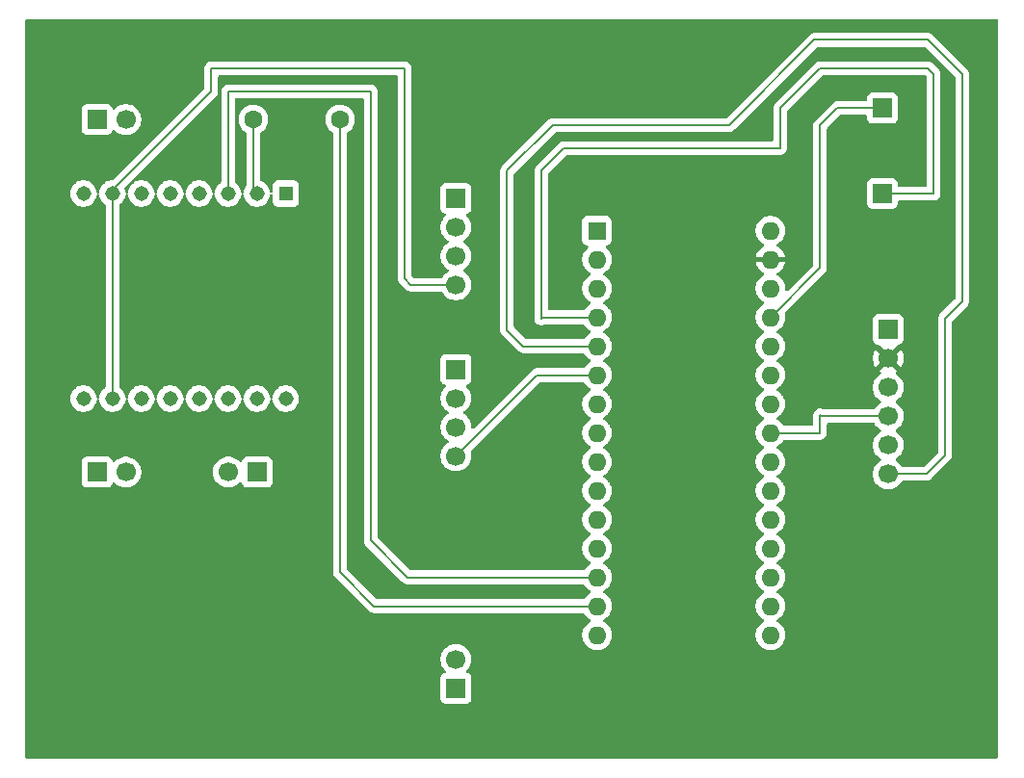
<source format=gbr>
%TF.GenerationSoftware,KiCad,Pcbnew,9.0.5*%
%TF.CreationDate,2026-02-14T18:46:13+01:00*%
%TF.ProjectId,DriveAssist_Kicad,44726976-6541-4737-9369-73745f4b6963,1.0*%
%TF.SameCoordinates,Original*%
%TF.FileFunction,Copper,L2,Bot*%
%TF.FilePolarity,Positive*%
%FSLAX46Y46*%
G04 Gerber Fmt 4.6, Leading zero omitted, Abs format (unit mm)*
G04 Created by KiCad (PCBNEW 9.0.5) date 2026-02-14 18:46:13*
%MOMM*%
%LPD*%
G01*
G04 APERTURE LIST*
%TA.AperFunction,ComponentPad*%
%ADD10R,1.700000X1.700000*%
%TD*%
%TA.AperFunction,ComponentPad*%
%ADD11C,1.700000*%
%TD*%
%TA.AperFunction,ComponentPad*%
%ADD12R,1.600000X1.600000*%
%TD*%
%TA.AperFunction,ComponentPad*%
%ADD13O,1.600000X1.600000*%
%TD*%
%TA.AperFunction,ComponentPad*%
%ADD14R,1.308000X1.308000*%
%TD*%
%TA.AperFunction,ComponentPad*%
%ADD15C,1.308000*%
%TD*%
%TA.AperFunction,ComponentPad*%
%ADD16C,1.600000*%
%TD*%
%TA.AperFunction,Conductor*%
%ADD17C,0.200000*%
%TD*%
G04 APERTURE END LIST*
D10*
%TO.P,J2,1,Pin_1*%
%TO.N,+5V*%
X147000000Y-80920000D03*
D11*
%TO.P,J2,2,Pin_2*%
%TO.N,Net-(A1-D1{slash}TX)*%
X147000000Y-83460000D03*
%TO.P,J2,3,Pin_3*%
%TO.N,Net-(A1-D0{slash}RX)*%
X147000000Y-86000000D03*
%TO.P,J2,4,Pin_4*%
%TO.N,GND 2*%
X147000000Y-88540000D03*
%TD*%
D12*
%TO.P,A1,1,D1/TX*%
%TO.N,Net-(A1-D1{slash}TX)*%
X159400000Y-83770000D03*
D13*
%TO.P,A1,2,D0/RX*%
%TO.N,Net-(A1-D0{slash}RX)*%
X159400000Y-86310000D03*
%TO.P,A1,3,~{RESET}*%
%TO.N,unconnected-(A1-~{RESET}-Pad3)*%
X159400000Y-88850000D03*
%TO.P,A1,4,GND*%
%TO.N,GND 2*%
X159400000Y-91390000D03*
%TO.P,A1,5,D2*%
%TO.N,Net-(A1-D2)*%
X159400000Y-93930000D03*
%TO.P,A1,6,D3*%
%TO.N,Net-(A1-D3)*%
X159400000Y-96470000D03*
%TO.P,A1,7,D4*%
%TO.N,Net-(A1-D4)*%
X159400000Y-99010000D03*
%TO.P,A1,8,D5*%
%TO.N,Net-(A1-D5)*%
X159400000Y-101550000D03*
%TO.P,A1,9,D6*%
%TO.N,Net-(A1-D6)*%
X159400000Y-104090000D03*
%TO.P,A1,10,D7*%
%TO.N,Net-(A1-D7)*%
X159400000Y-106630000D03*
%TO.P,A1,11,D8*%
%TO.N,Net-(A1-D8)*%
X159400000Y-109170000D03*
%TO.P,A1,12,D9*%
%TO.N,Net-(A1-D9)*%
X159400000Y-111710000D03*
%TO.P,A1,13,D10*%
%TO.N,Net-(A1-D10)*%
X159400000Y-114250000D03*
%TO.P,A1,14,D11*%
%TO.N,Net-(A1-D11)*%
X159400000Y-116790000D03*
%TO.P,A1,15,D12*%
%TO.N,unconnected-(A1-D12-Pad15)*%
X159400000Y-119330000D03*
%TO.P,A1,16,D13*%
%TO.N,unconnected-(A1-D13-Pad16)*%
X174640000Y-119330000D03*
%TO.P,A1,17,3V3*%
%TO.N,+3.3V*%
X174640000Y-116790000D03*
%TO.P,A1,18,AREF*%
%TO.N,unconnected-(A1-AREF-Pad18)*%
X174640000Y-114250000D03*
%TO.P,A1,19,A0*%
%TO.N,unconnected-(A1-A0-Pad19)*%
X174640000Y-111710000D03*
%TO.P,A1,20,A1*%
%TO.N,unconnected-(A1-A1-Pad20)*%
X174640000Y-109170000D03*
%TO.P,A1,21,A2*%
%TO.N,unconnected-(A1-A2-Pad21)*%
X174640000Y-106630000D03*
%TO.P,A1,22,A3*%
%TO.N,unconnected-(A1-A3-Pad22)*%
X174640000Y-104090000D03*
%TO.P,A1,23,A4*%
%TO.N,Net-(A1-A4)*%
X174640000Y-101550000D03*
%TO.P,A1,24,A5*%
%TO.N,Net-(A1-A5)*%
X174640000Y-99010000D03*
%TO.P,A1,25,A6*%
%TO.N,unconnected-(A1-A6-Pad25)*%
X174640000Y-96470000D03*
%TO.P,A1,26,A7*%
%TO.N,unconnected-(A1-A7-Pad26)*%
X174640000Y-93930000D03*
%TO.P,A1,27,+5V*%
%TO.N,+5V*%
X174640000Y-91390000D03*
%TO.P,A1,28,~{RESET}*%
%TO.N,unconnected-(A1-~{RESET}-Pad28)*%
X174640000Y-88850000D03*
%TO.P,A1,29,GND*%
%TO.N,GND 1*%
X174640000Y-86310000D03*
%TO.P,A1,30,VIN*%
%TO.N,unconnected-(A1-VIN-Pad30)*%
X174640000Y-83770000D03*
%TD*%
D10*
%TO.P,J9,1,Pin_1*%
%TO.N,GND 2*%
X184500000Y-80500000D03*
%TD*%
%TO.P,J1,1,Pin_1*%
%TO.N,+3.3V*%
X185000000Y-92460000D03*
D11*
%TO.P,J1,2,Pin_2*%
%TO.N,GND 1*%
X185000000Y-95000000D03*
%TO.P,J1,3,Pin_3*%
%TO.N,+5V*%
X185000000Y-97540000D03*
%TO.P,J1,4,Pin_4*%
%TO.N,Net-(A1-A4)*%
X185000000Y-100080000D03*
%TO.P,J1,5,Pin_5*%
%TO.N,Net-(A1-A5)*%
X185000000Y-102620000D03*
%TO.P,J1,6,Pin_6*%
%TO.N,Net-(A1-D2)*%
X185000000Y-105160000D03*
%TD*%
D10*
%TO.P,J8,1,Pin_1*%
%TO.N,+5V*%
X184500000Y-73000000D03*
%TD*%
%TO.P,J3,1,Pin_1*%
%TO.N,Net-(J3-Pin_1)*%
X115460000Y-74000000D03*
D11*
%TO.P,J3,2,Pin_2*%
%TO.N,Net-(J3-Pin_2)*%
X118000000Y-74000000D03*
%TD*%
D14*
%TO.P,U1,1,VCC*%
%TO.N,+5V*%
X132048000Y-80503000D03*
D15*
%TO.P,U1,2,RX*%
%TO.N,Net-(U1-RX)*%
X129508000Y-80503000D03*
%TO.P,U1,3,TX*%
%TO.N,Net-(A1-D10)*%
X126968000Y-80503000D03*
%TO.P,U1,4,DAC_R*%
%TO.N,unconnected-(U1-DAC_R-Pad4)*%
X124428000Y-80503000D03*
%TO.P,U1,5,DAC_L*%
%TO.N,unconnected-(U1-DAC_L-Pad5)*%
X121888000Y-80503000D03*
%TO.P,U1,6,SPK1*%
%TO.N,Net-(J3-Pin_2)*%
X119348000Y-80503000D03*
%TO.P,U1,7,GND*%
%TO.N,GND 2*%
X116808000Y-80503000D03*
%TO.P,U1,8,SPK2*%
%TO.N,Net-(J3-Pin_1)*%
X114268000Y-80503000D03*
%TO.P,U1,9,IO1*%
%TO.N,Net-(J4-Pin_1)*%
X114268000Y-98537000D03*
%TO.P,U1,10,GND*%
%TO.N,GND 2*%
X116808000Y-98537000D03*
%TO.P,U1,11,IO2*%
%TO.N,Net-(J4-Pin_2)*%
X119348000Y-98537000D03*
%TO.P,U1,12,ADKEY1*%
%TO.N,unconnected-(U1-ADKEY1-Pad12)*%
X121888000Y-98537000D03*
%TO.P,U1,13,ADKEY2*%
%TO.N,unconnected-(U1-ADKEY2-Pad13)*%
X124428000Y-98537000D03*
%TO.P,U1,14,USB+*%
%TO.N,Net-(J5-Pin_2)*%
X126968000Y-98537000D03*
%TO.P,U1,15,USB-*%
%TO.N,Net-(J5-Pin_1)*%
X129508000Y-98537000D03*
%TO.P,U1,16,BUSY*%
%TO.N,Net-(A1-D9)*%
X132048000Y-98537000D03*
%TD*%
D16*
%TO.P,R1,1*%
%TO.N,Net-(A1-D11)*%
X136810000Y-74000000D03*
%TO.P,R1,2*%
%TO.N,Net-(U1-RX)*%
X129190000Y-74000000D03*
%TD*%
D10*
%TO.P,J6,1,Pin_1*%
%TO.N,Net-(A1-D6)*%
X147000000Y-95960000D03*
D11*
%TO.P,J6,2,Pin_2*%
%TO.N,Net-(A1-D5)*%
X147000000Y-98500000D03*
%TO.P,J6,3,Pin_3*%
%TO.N,Net-(A1-D4)*%
X147000000Y-101040000D03*
%TO.P,J6,4,Pin_4*%
%TO.N,Net-(A1-D3)*%
X147000000Y-103580000D03*
%TD*%
D10*
%TO.P,J7,1,Pin_1*%
%TO.N,Net-(A1-D8)*%
X147000000Y-124000000D03*
D11*
%TO.P,J7,2,Pin_2*%
%TO.N,Net-(A1-D7)*%
X147000000Y-121460000D03*
%TD*%
D10*
%TO.P,J5,1,Pin_1*%
%TO.N,Net-(J5-Pin_1)*%
X129540000Y-105000000D03*
D11*
%TO.P,J5,2,Pin_2*%
%TO.N,Net-(J5-Pin_2)*%
X127000000Y-105000000D03*
%TD*%
D10*
%TO.P,J4,1,Pin_1*%
%TO.N,Net-(J4-Pin_1)*%
X115460000Y-105000000D03*
D11*
%TO.P,J4,2,Pin_2*%
%TO.N,Net-(J4-Pin_2)*%
X118000000Y-105000000D03*
%TD*%
D17*
%TO.N,GND 2*%
X154500000Y-78500000D02*
X154500000Y-88500000D01*
X179000000Y-69500000D02*
X175500000Y-73000000D01*
X175500000Y-73000000D02*
X175500000Y-76500000D01*
X188500000Y-69500000D02*
X179000000Y-69500000D01*
X189000000Y-70000000D02*
X188500000Y-69500000D01*
X156500000Y-76500000D02*
X154500000Y-78500000D01*
X184500000Y-80500000D02*
X189000000Y-80500000D01*
X189000000Y-80500000D02*
X189000000Y-70000000D01*
X175500000Y-76500000D02*
X156500000Y-76500000D01*
%TO.N,Net-(A1-D3)*%
X154110000Y-96470000D02*
X159400000Y-96470000D01*
X147000000Y-103580000D02*
X154110000Y-96470000D01*
%TO.N,Net-(A1-D2)*%
X191500000Y-90000000D02*
X190000000Y-91500000D01*
X152930000Y-93930000D02*
X151500000Y-92500000D01*
X151500000Y-92500000D02*
X151500000Y-78500000D01*
X171000000Y-74500000D02*
X178500000Y-67000000D01*
X155500000Y-74500000D02*
X171000000Y-74500000D01*
X151500000Y-78500000D02*
X155500000Y-74500000D01*
X178500000Y-67000000D02*
X188500000Y-67000000D01*
X190000000Y-103500000D02*
X188340000Y-105160000D01*
X188340000Y-105160000D02*
X185000000Y-105160000D01*
X188500000Y-67000000D02*
X191500000Y-70000000D01*
X159400000Y-93930000D02*
X152930000Y-93930000D01*
X190000000Y-91500000D02*
X190000000Y-103500000D01*
X191500000Y-70000000D02*
X191500000Y-90000000D01*
%TO.N,Net-(A1-A4)*%
X179000000Y-100000000D02*
X179080000Y-100080000D01*
X174640000Y-101550000D02*
X178950000Y-101550000D01*
X179000000Y-101500000D02*
X179000000Y-100000000D01*
X178950000Y-101550000D02*
X179000000Y-101500000D01*
X179080000Y-100080000D02*
X185000000Y-100080000D01*
%TO.N,Net-(A1-D11)*%
X136810000Y-113810000D02*
X139790000Y-116790000D01*
X139790000Y-116790000D02*
X159400000Y-116790000D01*
X136810000Y-74000000D02*
X136810000Y-113810000D01*
%TO.N,Net-(A1-D10)*%
X126968000Y-80503000D02*
X126968000Y-71532000D01*
X139500000Y-71500000D02*
X139500000Y-111000000D01*
X142750000Y-114250000D02*
X159400000Y-114250000D01*
X139500000Y-111000000D02*
X142750000Y-114250000D01*
X127000000Y-71500000D02*
X139500000Y-71500000D01*
X126968000Y-71532000D02*
X127000000Y-71500000D01*
%TO.N,+5V*%
X180500000Y-73000000D02*
X179000000Y-74500000D01*
X179000000Y-74500000D02*
X179000000Y-87030000D01*
X184500000Y-73000000D02*
X180500000Y-73000000D01*
X179000000Y-87030000D02*
X174640000Y-91390000D01*
%TO.N,GND 2*%
X154500000Y-88500000D02*
X154500000Y-91500000D01*
X142500000Y-88000000D02*
X143040000Y-88540000D01*
X116808000Y-80503000D02*
X116808000Y-80192000D01*
X125500000Y-71500000D02*
X125500000Y-69500000D01*
X116808000Y-98537000D02*
X116808000Y-80503000D01*
X154500000Y-91500000D02*
X154610000Y-91390000D01*
X143040000Y-88540000D02*
X147000000Y-88540000D01*
X125500000Y-69500000D02*
X142500000Y-69500000D01*
X154610000Y-91390000D02*
X159400000Y-91390000D01*
X142500000Y-69500000D02*
X142500000Y-88000000D01*
X116808000Y-80192000D02*
X125500000Y-71500000D01*
%TO.N,Net-(U1-RX)*%
X129190000Y-74000000D02*
X129190000Y-80185000D01*
X129190000Y-80185000D02*
X129508000Y-80503000D01*
%TD*%
%TA.AperFunction,Conductor*%
%TO.N,GND 1*%
G36*
X194617539Y-65190185D02*
G01*
X194663294Y-65242989D01*
X194674500Y-65294500D01*
X194674500Y-130045500D01*
X194654815Y-130112539D01*
X194602011Y-130158294D01*
X194550500Y-130169500D01*
X109299500Y-130169500D01*
X109232461Y-130149815D01*
X109186706Y-130097011D01*
X109175500Y-130045500D01*
X109175500Y-121353713D01*
X145649500Y-121353713D01*
X145649500Y-121566286D01*
X145682753Y-121776239D01*
X145748444Y-121978414D01*
X145844951Y-122167820D01*
X145969890Y-122339786D01*
X146083430Y-122453326D01*
X146116915Y-122514649D01*
X146111931Y-122584341D01*
X146070059Y-122640274D01*
X146039083Y-122657189D01*
X145907669Y-122706203D01*
X145907664Y-122706206D01*
X145792455Y-122792452D01*
X145792452Y-122792455D01*
X145706206Y-122907664D01*
X145706202Y-122907671D01*
X145655908Y-123042517D01*
X145649501Y-123102116D01*
X145649501Y-123102123D01*
X145649500Y-123102135D01*
X145649500Y-124897870D01*
X145649501Y-124897876D01*
X145655908Y-124957483D01*
X145706202Y-125092328D01*
X145706206Y-125092335D01*
X145792452Y-125207544D01*
X145792455Y-125207547D01*
X145907664Y-125293793D01*
X145907671Y-125293797D01*
X146042517Y-125344091D01*
X146042516Y-125344091D01*
X146049444Y-125344835D01*
X146102127Y-125350500D01*
X147897872Y-125350499D01*
X147957483Y-125344091D01*
X148092331Y-125293796D01*
X148207546Y-125207546D01*
X148293796Y-125092331D01*
X148344091Y-124957483D01*
X148350500Y-124897873D01*
X148350499Y-123102128D01*
X148344091Y-123042517D01*
X148293796Y-122907669D01*
X148293795Y-122907668D01*
X148293793Y-122907664D01*
X148207547Y-122792455D01*
X148207544Y-122792452D01*
X148092335Y-122706206D01*
X148092328Y-122706202D01*
X147960917Y-122657189D01*
X147904983Y-122615318D01*
X147880566Y-122549853D01*
X147895418Y-122481580D01*
X147916563Y-122453332D01*
X148030104Y-122339792D01*
X148155051Y-122167816D01*
X148251557Y-121978412D01*
X148317246Y-121776243D01*
X148350500Y-121566287D01*
X148350500Y-121353713D01*
X148317246Y-121143757D01*
X148251557Y-120941588D01*
X148155051Y-120752184D01*
X148155049Y-120752181D01*
X148155048Y-120752179D01*
X148030109Y-120580213D01*
X147879786Y-120429890D01*
X147707820Y-120304951D01*
X147518414Y-120208444D01*
X147518413Y-120208443D01*
X147518412Y-120208443D01*
X147316243Y-120142754D01*
X147316241Y-120142753D01*
X147316240Y-120142753D01*
X147154957Y-120117208D01*
X147106287Y-120109500D01*
X146893713Y-120109500D01*
X146845042Y-120117208D01*
X146683760Y-120142753D01*
X146481585Y-120208444D01*
X146292179Y-120304951D01*
X146120213Y-120429890D01*
X145969890Y-120580213D01*
X145844951Y-120752179D01*
X145748444Y-120941585D01*
X145682753Y-121143760D01*
X145649500Y-121353713D01*
X109175500Y-121353713D01*
X109175500Y-104102135D01*
X114109500Y-104102135D01*
X114109500Y-105897870D01*
X114109501Y-105897876D01*
X114115908Y-105957483D01*
X114166202Y-106092328D01*
X114166206Y-106092335D01*
X114252452Y-106207544D01*
X114252455Y-106207547D01*
X114367664Y-106293793D01*
X114367671Y-106293797D01*
X114502517Y-106344091D01*
X114502516Y-106344091D01*
X114509444Y-106344835D01*
X114562127Y-106350500D01*
X116357872Y-106350499D01*
X116417483Y-106344091D01*
X116552331Y-106293796D01*
X116667546Y-106207546D01*
X116753796Y-106092331D01*
X116802810Y-105960916D01*
X116844681Y-105904984D01*
X116910145Y-105880566D01*
X116978418Y-105895417D01*
X117006673Y-105916569D01*
X117120213Y-106030109D01*
X117292179Y-106155048D01*
X117292181Y-106155049D01*
X117292184Y-106155051D01*
X117481588Y-106251557D01*
X117683757Y-106317246D01*
X117893713Y-106350500D01*
X117893714Y-106350500D01*
X118106286Y-106350500D01*
X118106287Y-106350500D01*
X118316243Y-106317246D01*
X118518412Y-106251557D01*
X118707816Y-106155051D01*
X118794138Y-106092335D01*
X118879786Y-106030109D01*
X118879788Y-106030106D01*
X118879792Y-106030104D01*
X119030104Y-105879792D01*
X119030106Y-105879788D01*
X119030109Y-105879786D01*
X119155048Y-105707820D01*
X119155047Y-105707820D01*
X119155051Y-105707816D01*
X119251557Y-105518412D01*
X119317246Y-105316243D01*
X119350500Y-105106287D01*
X119350500Y-104893713D01*
X125649500Y-104893713D01*
X125649500Y-105106286D01*
X125679783Y-105297490D01*
X125682754Y-105316243D01*
X125734741Y-105476243D01*
X125748444Y-105518414D01*
X125844951Y-105707820D01*
X125969890Y-105879786D01*
X126120213Y-106030109D01*
X126292179Y-106155048D01*
X126292181Y-106155049D01*
X126292184Y-106155051D01*
X126481588Y-106251557D01*
X126683757Y-106317246D01*
X126893713Y-106350500D01*
X126893714Y-106350500D01*
X127106286Y-106350500D01*
X127106287Y-106350500D01*
X127316243Y-106317246D01*
X127518412Y-106251557D01*
X127707816Y-106155051D01*
X127879792Y-106030104D01*
X127993329Y-105916566D01*
X128054648Y-105883084D01*
X128124340Y-105888068D01*
X128180274Y-105929939D01*
X128197189Y-105960917D01*
X128246202Y-106092328D01*
X128246206Y-106092335D01*
X128332452Y-106207544D01*
X128332455Y-106207547D01*
X128447664Y-106293793D01*
X128447671Y-106293797D01*
X128582517Y-106344091D01*
X128582516Y-106344091D01*
X128589444Y-106344835D01*
X128642127Y-106350500D01*
X130437872Y-106350499D01*
X130497483Y-106344091D01*
X130632331Y-106293796D01*
X130747546Y-106207546D01*
X130833796Y-106092331D01*
X130884091Y-105957483D01*
X130890500Y-105897873D01*
X130890499Y-104102128D01*
X130884091Y-104042517D01*
X130882810Y-104039083D01*
X130833797Y-103907671D01*
X130833793Y-103907664D01*
X130747547Y-103792455D01*
X130747544Y-103792452D01*
X130632335Y-103706206D01*
X130632328Y-103706202D01*
X130497482Y-103655908D01*
X130497483Y-103655908D01*
X130437883Y-103649501D01*
X130437881Y-103649500D01*
X130437873Y-103649500D01*
X130437864Y-103649500D01*
X128642129Y-103649500D01*
X128642123Y-103649501D01*
X128582516Y-103655908D01*
X128447671Y-103706202D01*
X128447664Y-103706206D01*
X128332455Y-103792452D01*
X128332452Y-103792455D01*
X128246206Y-103907664D01*
X128246203Y-103907669D01*
X128197189Y-104039083D01*
X128155317Y-104095016D01*
X128089853Y-104119433D01*
X128021580Y-104104581D01*
X127993326Y-104083430D01*
X127879786Y-103969890D01*
X127707820Y-103844951D01*
X127518414Y-103748444D01*
X127518413Y-103748443D01*
X127518412Y-103748443D01*
X127316243Y-103682754D01*
X127316241Y-103682753D01*
X127316240Y-103682753D01*
X127154957Y-103657208D01*
X127106287Y-103649500D01*
X126893713Y-103649500D01*
X126845042Y-103657208D01*
X126683760Y-103682753D01*
X126481585Y-103748444D01*
X126292179Y-103844951D01*
X126120213Y-103969890D01*
X125969890Y-104120213D01*
X125844951Y-104292179D01*
X125748444Y-104481585D01*
X125682753Y-104683760D01*
X125649500Y-104893713D01*
X119350500Y-104893713D01*
X119317246Y-104683757D01*
X119251557Y-104481588D01*
X119155051Y-104292184D01*
X119155049Y-104292181D01*
X119155048Y-104292179D01*
X119030109Y-104120213D01*
X118879786Y-103969890D01*
X118707820Y-103844951D01*
X118518414Y-103748444D01*
X118518413Y-103748443D01*
X118518412Y-103748443D01*
X118316243Y-103682754D01*
X118316241Y-103682753D01*
X118316240Y-103682753D01*
X118154957Y-103657208D01*
X118106287Y-103649500D01*
X117893713Y-103649500D01*
X117845042Y-103657208D01*
X117683760Y-103682753D01*
X117481585Y-103748444D01*
X117292179Y-103844951D01*
X117120215Y-103969889D01*
X117006673Y-104083431D01*
X116945350Y-104116915D01*
X116875658Y-104111931D01*
X116819725Y-104070059D01*
X116802810Y-104039082D01*
X116753797Y-103907671D01*
X116753793Y-103907664D01*
X116667547Y-103792455D01*
X116667544Y-103792452D01*
X116552335Y-103706206D01*
X116552328Y-103706202D01*
X116417482Y-103655908D01*
X116417483Y-103655908D01*
X116357883Y-103649501D01*
X116357881Y-103649500D01*
X116357873Y-103649500D01*
X116357864Y-103649500D01*
X114562129Y-103649500D01*
X114562123Y-103649501D01*
X114502516Y-103655908D01*
X114367671Y-103706202D01*
X114367664Y-103706206D01*
X114252455Y-103792452D01*
X114252452Y-103792455D01*
X114166206Y-103907664D01*
X114166202Y-103907671D01*
X114115908Y-104042517D01*
X114109899Y-104098412D01*
X114109501Y-104102123D01*
X114109500Y-104102135D01*
X109175500Y-104102135D01*
X109175500Y-80412139D01*
X113113500Y-80412139D01*
X113113500Y-80593861D01*
X113120473Y-80637885D01*
X113141928Y-80773347D01*
X113141928Y-80773350D01*
X113198081Y-80946171D01*
X113198083Y-80946174D01*
X113280583Y-81108090D01*
X113387397Y-81255106D01*
X113515894Y-81383603D01*
X113662910Y-81490417D01*
X113824826Y-81572917D01*
X113824828Y-81572918D01*
X113910629Y-81600796D01*
X113997654Y-81629072D01*
X114177139Y-81657500D01*
X114177140Y-81657500D01*
X114358860Y-81657500D01*
X114358861Y-81657500D01*
X114538346Y-81629072D01*
X114538349Y-81629071D01*
X114538350Y-81629071D01*
X114711171Y-81572918D01*
X114711171Y-81572917D01*
X114711174Y-81572917D01*
X114873090Y-81490417D01*
X115020106Y-81383603D01*
X115148603Y-81255106D01*
X115255417Y-81108090D01*
X115337917Y-80946174D01*
X115363087Y-80868709D01*
X115394071Y-80773350D01*
X115394071Y-80773349D01*
X115394072Y-80773346D01*
X115415527Y-80637884D01*
X115445456Y-80574750D01*
X115504768Y-80537819D01*
X115574630Y-80538817D01*
X115632863Y-80577427D01*
X115660472Y-80637884D01*
X115669527Y-80695052D01*
X115681928Y-80773347D01*
X115681928Y-80773350D01*
X115738081Y-80946171D01*
X115738083Y-80946174D01*
X115820583Y-81108090D01*
X115927397Y-81255106D01*
X116055894Y-81383603D01*
X116156385Y-81456614D01*
X116199051Y-81511944D01*
X116207500Y-81556932D01*
X116207500Y-97483067D01*
X116187815Y-97550106D01*
X116156386Y-97583385D01*
X116055892Y-97656398D01*
X115927399Y-97784891D01*
X115927399Y-97784892D01*
X115927397Y-97784894D01*
X115912949Y-97804780D01*
X115820583Y-97931909D01*
X115738083Y-98093825D01*
X115738081Y-98093828D01*
X115681928Y-98266649D01*
X115681928Y-98266652D01*
X115660473Y-98402114D01*
X115630544Y-98465249D01*
X115571232Y-98502180D01*
X115501370Y-98501182D01*
X115443137Y-98462572D01*
X115415527Y-98402114D01*
X115403850Y-98328390D01*
X115394072Y-98266654D01*
X115394071Y-98266650D01*
X115394071Y-98266649D01*
X115337918Y-98093828D01*
X115337916Y-98093825D01*
X115319874Y-98058414D01*
X115255417Y-97931910D01*
X115148603Y-97784894D01*
X115020106Y-97656397D01*
X114873090Y-97549583D01*
X114711174Y-97467083D01*
X114711171Y-97467081D01*
X114538348Y-97410928D01*
X114418689Y-97391976D01*
X114358861Y-97382500D01*
X114177139Y-97382500D01*
X114117310Y-97391976D01*
X113997652Y-97410928D01*
X113997649Y-97410928D01*
X113824828Y-97467081D01*
X113824825Y-97467083D01*
X113662909Y-97549583D01*
X113579030Y-97610525D01*
X113515894Y-97656397D01*
X113515892Y-97656399D01*
X113515891Y-97656399D01*
X113387399Y-97784891D01*
X113387399Y-97784892D01*
X113387397Y-97784894D01*
X113372949Y-97804780D01*
X113280583Y-97931909D01*
X113198083Y-98093825D01*
X113198081Y-98093828D01*
X113141928Y-98266649D01*
X113141928Y-98266652D01*
X113113500Y-98446139D01*
X113113500Y-98627860D01*
X113141928Y-98807347D01*
X113141928Y-98807350D01*
X113198081Y-98980171D01*
X113198083Y-98980174D01*
X113280583Y-99142090D01*
X113387397Y-99289106D01*
X113515894Y-99417603D01*
X113662910Y-99524417D01*
X113824826Y-99606917D01*
X113824828Y-99606918D01*
X113972965Y-99655050D01*
X113997654Y-99663072D01*
X114177139Y-99691500D01*
X114177140Y-99691500D01*
X114358860Y-99691500D01*
X114358861Y-99691500D01*
X114538346Y-99663072D01*
X114538349Y-99663071D01*
X114538350Y-99663071D01*
X114711171Y-99606918D01*
X114711171Y-99606917D01*
X114711174Y-99606917D01*
X114873090Y-99524417D01*
X115020106Y-99417603D01*
X115148603Y-99289106D01*
X115255417Y-99142090D01*
X115337917Y-98980174D01*
X115357311Y-98920486D01*
X115394071Y-98807350D01*
X115394071Y-98807349D01*
X115394072Y-98807346D01*
X115415527Y-98671884D01*
X115445456Y-98608750D01*
X115504768Y-98571819D01*
X115574630Y-98572817D01*
X115632863Y-98611427D01*
X115660472Y-98671884D01*
X115665792Y-98705466D01*
X115681928Y-98807347D01*
X115681928Y-98807350D01*
X115738081Y-98980171D01*
X115738083Y-98980174D01*
X115820583Y-99142090D01*
X115927397Y-99289106D01*
X116055894Y-99417603D01*
X116202910Y-99524417D01*
X116364826Y-99606917D01*
X116364828Y-99606918D01*
X116512965Y-99655050D01*
X116537654Y-99663072D01*
X116717139Y-99691500D01*
X116717140Y-99691500D01*
X116898860Y-99691500D01*
X116898861Y-99691500D01*
X117078346Y-99663072D01*
X117078349Y-99663071D01*
X117078350Y-99663071D01*
X117251171Y-99606918D01*
X117251171Y-99606917D01*
X117251174Y-99606917D01*
X117413090Y-99524417D01*
X117560106Y-99417603D01*
X117688603Y-99289106D01*
X117795417Y-99142090D01*
X117877917Y-98980174D01*
X117897311Y-98920486D01*
X117934071Y-98807350D01*
X117934071Y-98807349D01*
X117934072Y-98807346D01*
X117955527Y-98671884D01*
X117985456Y-98608750D01*
X118044768Y-98571819D01*
X118114630Y-98572817D01*
X118172863Y-98611427D01*
X118200472Y-98671884D01*
X118205792Y-98705466D01*
X118221928Y-98807347D01*
X118221928Y-98807350D01*
X118278081Y-98980171D01*
X118278083Y-98980174D01*
X118360583Y-99142090D01*
X118467397Y-99289106D01*
X118595894Y-99417603D01*
X118742910Y-99524417D01*
X118904826Y-99606917D01*
X118904828Y-99606918D01*
X119052965Y-99655050D01*
X119077654Y-99663072D01*
X119257139Y-99691500D01*
X119257140Y-99691500D01*
X119438860Y-99691500D01*
X119438861Y-99691500D01*
X119618346Y-99663072D01*
X119618349Y-99663071D01*
X119618350Y-99663071D01*
X119791171Y-99606918D01*
X119791171Y-99606917D01*
X119791174Y-99606917D01*
X119953090Y-99524417D01*
X120100106Y-99417603D01*
X120228603Y-99289106D01*
X120335417Y-99142090D01*
X120417917Y-98980174D01*
X120437311Y-98920486D01*
X120474071Y-98807350D01*
X120474071Y-98807349D01*
X120474072Y-98807346D01*
X120495527Y-98671884D01*
X120525456Y-98608750D01*
X120584768Y-98571819D01*
X120654630Y-98572817D01*
X120712863Y-98611427D01*
X120740472Y-98671884D01*
X120745792Y-98705466D01*
X120761928Y-98807347D01*
X120761928Y-98807350D01*
X120818081Y-98980171D01*
X120818083Y-98980174D01*
X120900583Y-99142090D01*
X121007397Y-99289106D01*
X121135894Y-99417603D01*
X121282910Y-99524417D01*
X121444826Y-99606917D01*
X121444828Y-99606918D01*
X121592965Y-99655050D01*
X121617654Y-99663072D01*
X121797139Y-99691500D01*
X121797140Y-99691500D01*
X121978860Y-99691500D01*
X121978861Y-99691500D01*
X122158346Y-99663072D01*
X122158349Y-99663071D01*
X122158350Y-99663071D01*
X122331171Y-99606918D01*
X122331171Y-99606917D01*
X122331174Y-99606917D01*
X122493090Y-99524417D01*
X122640106Y-99417603D01*
X122768603Y-99289106D01*
X122875417Y-99142090D01*
X122957917Y-98980174D01*
X122977311Y-98920486D01*
X123014071Y-98807350D01*
X123014071Y-98807349D01*
X123014072Y-98807346D01*
X123035527Y-98671884D01*
X123065456Y-98608750D01*
X123124768Y-98571819D01*
X123194630Y-98572817D01*
X123252863Y-98611427D01*
X123280472Y-98671884D01*
X123285792Y-98705466D01*
X123301928Y-98807347D01*
X123301928Y-98807350D01*
X123358081Y-98980171D01*
X123358083Y-98980174D01*
X123440583Y-99142090D01*
X123547397Y-99289106D01*
X123675894Y-99417603D01*
X123822910Y-99524417D01*
X123984826Y-99606917D01*
X123984828Y-99606918D01*
X124132965Y-99655050D01*
X124157654Y-99663072D01*
X124337139Y-99691500D01*
X124337140Y-99691500D01*
X124518860Y-99691500D01*
X124518861Y-99691500D01*
X124698346Y-99663072D01*
X124698349Y-99663071D01*
X124698350Y-99663071D01*
X124871171Y-99606918D01*
X124871171Y-99606917D01*
X124871174Y-99606917D01*
X125033090Y-99524417D01*
X125180106Y-99417603D01*
X125308603Y-99289106D01*
X125415417Y-99142090D01*
X125497917Y-98980174D01*
X125517311Y-98920486D01*
X125554071Y-98807350D01*
X125554071Y-98807349D01*
X125554072Y-98807346D01*
X125575527Y-98671884D01*
X125605456Y-98608750D01*
X125664768Y-98571819D01*
X125734630Y-98572817D01*
X125792863Y-98611427D01*
X125820472Y-98671884D01*
X125825792Y-98705466D01*
X125841928Y-98807347D01*
X125841928Y-98807350D01*
X125898081Y-98980171D01*
X125898083Y-98980174D01*
X125980583Y-99142090D01*
X126087397Y-99289106D01*
X126215894Y-99417603D01*
X126362910Y-99524417D01*
X126524826Y-99606917D01*
X126524828Y-99606918D01*
X126672965Y-99655050D01*
X126697654Y-99663072D01*
X126877139Y-99691500D01*
X126877140Y-99691500D01*
X127058860Y-99691500D01*
X127058861Y-99691500D01*
X127238346Y-99663072D01*
X127238349Y-99663071D01*
X127238350Y-99663071D01*
X127411171Y-99606918D01*
X127411171Y-99606917D01*
X127411174Y-99606917D01*
X127573090Y-99524417D01*
X127720106Y-99417603D01*
X127848603Y-99289106D01*
X127955417Y-99142090D01*
X128037917Y-98980174D01*
X128057311Y-98920486D01*
X128094071Y-98807350D01*
X128094071Y-98807349D01*
X128094072Y-98807346D01*
X128115527Y-98671884D01*
X128145456Y-98608750D01*
X128204768Y-98571819D01*
X128274630Y-98572817D01*
X128332863Y-98611427D01*
X128360472Y-98671884D01*
X128365792Y-98705466D01*
X128381928Y-98807347D01*
X128381928Y-98807350D01*
X128438081Y-98980171D01*
X128438083Y-98980174D01*
X128520583Y-99142090D01*
X128627397Y-99289106D01*
X128755894Y-99417603D01*
X128902910Y-99524417D01*
X129064826Y-99606917D01*
X129064828Y-99606918D01*
X129212965Y-99655050D01*
X129237654Y-99663072D01*
X129417139Y-99691500D01*
X129417140Y-99691500D01*
X129598860Y-99691500D01*
X129598861Y-99691500D01*
X129778346Y-99663072D01*
X129778349Y-99663071D01*
X129778350Y-99663071D01*
X129951171Y-99606918D01*
X129951171Y-99606917D01*
X129951174Y-99606917D01*
X130113090Y-99524417D01*
X130260106Y-99417603D01*
X130388603Y-99289106D01*
X130495417Y-99142090D01*
X130577917Y-98980174D01*
X130597311Y-98920486D01*
X130634071Y-98807350D01*
X130634071Y-98807349D01*
X130634072Y-98807346D01*
X130655527Y-98671884D01*
X130685456Y-98608750D01*
X130744768Y-98571819D01*
X130814630Y-98572817D01*
X130872863Y-98611427D01*
X130900472Y-98671884D01*
X130905792Y-98705466D01*
X130921928Y-98807347D01*
X130921928Y-98807350D01*
X130978081Y-98980171D01*
X130978083Y-98980174D01*
X131060583Y-99142090D01*
X131167397Y-99289106D01*
X131295894Y-99417603D01*
X131442910Y-99524417D01*
X131604826Y-99606917D01*
X131604828Y-99606918D01*
X131752965Y-99655050D01*
X131777654Y-99663072D01*
X131957139Y-99691500D01*
X131957140Y-99691500D01*
X132138860Y-99691500D01*
X132138861Y-99691500D01*
X132318346Y-99663072D01*
X132318349Y-99663071D01*
X132318350Y-99663071D01*
X132491171Y-99606918D01*
X132491171Y-99606917D01*
X132491174Y-99606917D01*
X132653090Y-99524417D01*
X132800106Y-99417603D01*
X132928603Y-99289106D01*
X133035417Y-99142090D01*
X133117917Y-98980174D01*
X133137311Y-98920486D01*
X133174071Y-98807350D01*
X133174071Y-98807349D01*
X133174072Y-98807346D01*
X133202500Y-98627861D01*
X133202500Y-98446139D01*
X133174072Y-98266654D01*
X133174071Y-98266650D01*
X133174071Y-98266649D01*
X133117918Y-98093828D01*
X133117916Y-98093825D01*
X133099874Y-98058414D01*
X133035417Y-97931910D01*
X132928603Y-97784894D01*
X132800106Y-97656397D01*
X132653090Y-97549583D01*
X132491174Y-97467083D01*
X132491171Y-97467081D01*
X132318348Y-97410928D01*
X132198689Y-97391976D01*
X132138861Y-97382500D01*
X131957139Y-97382500D01*
X131897310Y-97391976D01*
X131777652Y-97410928D01*
X131777649Y-97410928D01*
X131604828Y-97467081D01*
X131604825Y-97467083D01*
X131442909Y-97549583D01*
X131359030Y-97610525D01*
X131295894Y-97656397D01*
X131295892Y-97656399D01*
X131295891Y-97656399D01*
X131167399Y-97784891D01*
X131167399Y-97784892D01*
X131167397Y-97784894D01*
X131152949Y-97804780D01*
X131060583Y-97931909D01*
X130978083Y-98093825D01*
X130978081Y-98093828D01*
X130921928Y-98266649D01*
X130921928Y-98266652D01*
X130900473Y-98402114D01*
X130870544Y-98465249D01*
X130811232Y-98502180D01*
X130741370Y-98501182D01*
X130683137Y-98462572D01*
X130655527Y-98402114D01*
X130643850Y-98328390D01*
X130634072Y-98266654D01*
X130634071Y-98266650D01*
X130634071Y-98266649D01*
X130577918Y-98093828D01*
X130577916Y-98093825D01*
X130559874Y-98058414D01*
X130495417Y-97931910D01*
X130388603Y-97784894D01*
X130260106Y-97656397D01*
X130113090Y-97549583D01*
X129951174Y-97467083D01*
X129951171Y-97467081D01*
X129778348Y-97410928D01*
X129658689Y-97391976D01*
X129598861Y-97382500D01*
X129417139Y-97382500D01*
X129357310Y-97391976D01*
X129237652Y-97410928D01*
X129237649Y-97410928D01*
X129064828Y-97467081D01*
X129064825Y-97467083D01*
X128902909Y-97549583D01*
X128819030Y-97610525D01*
X128755894Y-97656397D01*
X128755892Y-97656399D01*
X128755891Y-97656399D01*
X128627399Y-97784891D01*
X128627399Y-97784892D01*
X128627397Y-97784894D01*
X128612949Y-97804780D01*
X128520583Y-97931909D01*
X128438083Y-98093825D01*
X128438081Y-98093828D01*
X128381928Y-98266649D01*
X128381928Y-98266652D01*
X128360473Y-98402114D01*
X128330544Y-98465249D01*
X128271232Y-98502180D01*
X128201370Y-98501182D01*
X128143137Y-98462572D01*
X128115527Y-98402114D01*
X128103850Y-98328390D01*
X128094072Y-98266654D01*
X128094071Y-98266650D01*
X128094071Y-98266649D01*
X128037918Y-98093828D01*
X128037916Y-98093825D01*
X128019874Y-98058414D01*
X127955417Y-97931910D01*
X127848603Y-97784894D01*
X127720106Y-97656397D01*
X127573090Y-97549583D01*
X127411174Y-97467083D01*
X127411171Y-97467081D01*
X127238348Y-97410928D01*
X127118689Y-97391976D01*
X127058861Y-97382500D01*
X126877139Y-97382500D01*
X126817310Y-97391976D01*
X126697652Y-97410928D01*
X126697649Y-97410928D01*
X126524828Y-97467081D01*
X126524825Y-97467083D01*
X126362909Y-97549583D01*
X126279030Y-97610525D01*
X126215894Y-97656397D01*
X126215892Y-97656399D01*
X126215891Y-97656399D01*
X126087399Y-97784891D01*
X126087399Y-97784892D01*
X126087397Y-97784894D01*
X126072949Y-97804780D01*
X125980583Y-97931909D01*
X125898083Y-98093825D01*
X125898081Y-98093828D01*
X125841928Y-98266649D01*
X125841928Y-98266652D01*
X125820473Y-98402114D01*
X125790544Y-98465249D01*
X125731232Y-98502180D01*
X125661370Y-98501182D01*
X125603137Y-98462572D01*
X125575527Y-98402114D01*
X125563850Y-98328390D01*
X125554072Y-98266654D01*
X125554071Y-98266650D01*
X125554071Y-98266649D01*
X125497918Y-98093828D01*
X125497916Y-98093825D01*
X125479874Y-98058414D01*
X125415417Y-97931910D01*
X125308603Y-97784894D01*
X125180106Y-97656397D01*
X125033090Y-97549583D01*
X124871174Y-97467083D01*
X124871171Y-97467081D01*
X124698348Y-97410928D01*
X124578689Y-97391976D01*
X124518861Y-97382500D01*
X124337139Y-97382500D01*
X124277310Y-97391976D01*
X124157652Y-97410928D01*
X124157649Y-97410928D01*
X123984828Y-97467081D01*
X123984825Y-97467083D01*
X123822909Y-97549583D01*
X123739030Y-97610525D01*
X123675894Y-97656397D01*
X123675892Y-97656399D01*
X123675891Y-97656399D01*
X123547399Y-97784891D01*
X123547399Y-97784892D01*
X123547397Y-97784894D01*
X123532949Y-97804780D01*
X123440583Y-97931909D01*
X123358083Y-98093825D01*
X123358081Y-98093828D01*
X123301928Y-98266649D01*
X123301928Y-98266652D01*
X123280473Y-98402114D01*
X123250544Y-98465249D01*
X123191232Y-98502180D01*
X123121370Y-98501182D01*
X123063137Y-98462572D01*
X123035527Y-98402114D01*
X123023850Y-98328390D01*
X123014072Y-98266654D01*
X123014071Y-98266650D01*
X123014071Y-98266649D01*
X122957918Y-98093828D01*
X122957916Y-98093825D01*
X122939874Y-98058414D01*
X122875417Y-97931910D01*
X122768603Y-97784894D01*
X122640106Y-97656397D01*
X122493090Y-97549583D01*
X122331174Y-97467083D01*
X122331171Y-97467081D01*
X122158348Y-97410928D01*
X122038689Y-97391976D01*
X121978861Y-97382500D01*
X121797139Y-97382500D01*
X121737310Y-97391976D01*
X121617652Y-97410928D01*
X121617649Y-97410928D01*
X121444828Y-97467081D01*
X121444825Y-97467083D01*
X121282909Y-97549583D01*
X121199030Y-97610525D01*
X121135894Y-97656397D01*
X121135892Y-97656399D01*
X121135891Y-97656399D01*
X121007399Y-97784891D01*
X121007399Y-97784892D01*
X121007397Y-97784894D01*
X120992949Y-97804780D01*
X120900583Y-97931909D01*
X120818083Y-98093825D01*
X120818081Y-98093828D01*
X120761928Y-98266649D01*
X120761928Y-98266652D01*
X120740473Y-98402114D01*
X120710544Y-98465249D01*
X120651232Y-98502180D01*
X120581370Y-98501182D01*
X120523137Y-98462572D01*
X120495527Y-98402114D01*
X120483850Y-98328390D01*
X120474072Y-98266654D01*
X120474071Y-98266650D01*
X120474071Y-98266649D01*
X120417918Y-98093828D01*
X120417916Y-98093825D01*
X120399874Y-98058414D01*
X120335417Y-97931910D01*
X120228603Y-97784894D01*
X120100106Y-97656397D01*
X119953090Y-97549583D01*
X119791174Y-97467083D01*
X119791171Y-97467081D01*
X119618348Y-97410928D01*
X119498689Y-97391976D01*
X119438861Y-97382500D01*
X119257139Y-97382500D01*
X119197310Y-97391976D01*
X119077652Y-97410928D01*
X119077649Y-97410928D01*
X118904828Y-97467081D01*
X118904825Y-97467083D01*
X118742909Y-97549583D01*
X118659030Y-97610525D01*
X118595894Y-97656397D01*
X118595892Y-97656399D01*
X118595891Y-97656399D01*
X118467399Y-97784891D01*
X118467399Y-97784892D01*
X118467397Y-97784894D01*
X118452949Y-97804780D01*
X118360583Y-97931909D01*
X118278083Y-98093825D01*
X118278081Y-98093828D01*
X118221928Y-98266649D01*
X118221928Y-98266652D01*
X118200473Y-98402114D01*
X118170544Y-98465249D01*
X118111232Y-98502180D01*
X118041370Y-98501182D01*
X117983137Y-98462572D01*
X117955527Y-98402114D01*
X117943850Y-98328390D01*
X117934072Y-98266654D01*
X117934071Y-98266650D01*
X117934071Y-98266649D01*
X117877918Y-98093828D01*
X117877916Y-98093825D01*
X117859874Y-98058414D01*
X117795417Y-97931910D01*
X117688603Y-97784894D01*
X117560106Y-97656397D01*
X117459613Y-97583384D01*
X117416949Y-97528054D01*
X117408500Y-97483067D01*
X117408500Y-81556932D01*
X117428185Y-81489893D01*
X117459613Y-81456615D01*
X117560106Y-81383603D01*
X117688603Y-81255106D01*
X117795417Y-81108090D01*
X117877917Y-80946174D01*
X117903087Y-80868709D01*
X117934071Y-80773350D01*
X117934071Y-80773349D01*
X117934072Y-80773346D01*
X117955527Y-80637884D01*
X117985456Y-80574750D01*
X118044768Y-80537819D01*
X118114630Y-80538817D01*
X118172863Y-80577427D01*
X118200472Y-80637884D01*
X118209527Y-80695052D01*
X118221928Y-80773347D01*
X118221928Y-80773350D01*
X118278081Y-80946171D01*
X118278083Y-80946174D01*
X118360583Y-81108090D01*
X118467397Y-81255106D01*
X118595894Y-81383603D01*
X118742910Y-81490417D01*
X118904826Y-81572917D01*
X118904828Y-81572918D01*
X118990629Y-81600796D01*
X119077654Y-81629072D01*
X119257139Y-81657500D01*
X119257140Y-81657500D01*
X119438860Y-81657500D01*
X119438861Y-81657500D01*
X119618346Y-81629072D01*
X119618349Y-81629071D01*
X119618350Y-81629071D01*
X119791171Y-81572918D01*
X119791171Y-81572917D01*
X119791174Y-81572917D01*
X119953090Y-81490417D01*
X120100106Y-81383603D01*
X120228603Y-81255106D01*
X120335417Y-81108090D01*
X120417917Y-80946174D01*
X120443087Y-80868709D01*
X120474071Y-80773350D01*
X120474071Y-80773349D01*
X120474072Y-80773346D01*
X120495527Y-80637884D01*
X120525456Y-80574750D01*
X120584768Y-80537819D01*
X120654630Y-80538817D01*
X120712863Y-80577427D01*
X120740472Y-80637884D01*
X120749527Y-80695052D01*
X120761928Y-80773347D01*
X120761928Y-80773350D01*
X120818081Y-80946171D01*
X120818083Y-80946174D01*
X120900583Y-81108090D01*
X121007397Y-81255106D01*
X121135894Y-81383603D01*
X121282910Y-81490417D01*
X121444826Y-81572917D01*
X121444828Y-81572918D01*
X121530629Y-81600796D01*
X121617654Y-81629072D01*
X121797139Y-81657500D01*
X121797140Y-81657500D01*
X121978860Y-81657500D01*
X121978861Y-81657500D01*
X122158346Y-81629072D01*
X122158349Y-81629071D01*
X122158350Y-81629071D01*
X122331171Y-81572918D01*
X122331171Y-81572917D01*
X122331174Y-81572917D01*
X122493090Y-81490417D01*
X122640106Y-81383603D01*
X122768603Y-81255106D01*
X122875417Y-81108090D01*
X122957917Y-80946174D01*
X122983087Y-80868709D01*
X123014071Y-80773350D01*
X123014071Y-80773349D01*
X123014072Y-80773346D01*
X123035527Y-80637884D01*
X123065456Y-80574750D01*
X123124768Y-80537819D01*
X123194630Y-80538817D01*
X123252863Y-80577427D01*
X123280472Y-80637884D01*
X123289527Y-80695052D01*
X123301928Y-80773347D01*
X123301928Y-80773350D01*
X123358081Y-80946171D01*
X123358083Y-80946174D01*
X123440583Y-81108090D01*
X123547397Y-81255106D01*
X123675894Y-81383603D01*
X123822910Y-81490417D01*
X123984826Y-81572917D01*
X123984828Y-81572918D01*
X124070629Y-81600796D01*
X124157654Y-81629072D01*
X124337139Y-81657500D01*
X124337140Y-81657500D01*
X124518860Y-81657500D01*
X124518861Y-81657500D01*
X124698346Y-81629072D01*
X124698349Y-81629071D01*
X124698350Y-81629071D01*
X124871171Y-81572918D01*
X124871171Y-81572917D01*
X124871174Y-81572917D01*
X125033090Y-81490417D01*
X125180106Y-81383603D01*
X125308603Y-81255106D01*
X125415417Y-81108090D01*
X125497917Y-80946174D01*
X125523087Y-80868709D01*
X125554071Y-80773350D01*
X125554071Y-80773349D01*
X125554072Y-80773346D01*
X125575527Y-80637884D01*
X125605456Y-80574750D01*
X125664768Y-80537819D01*
X125734630Y-80538817D01*
X125792863Y-80577427D01*
X125820472Y-80637884D01*
X125829527Y-80695052D01*
X125841928Y-80773347D01*
X125841928Y-80773350D01*
X125898081Y-80946171D01*
X125898083Y-80946174D01*
X125980583Y-81108090D01*
X126087397Y-81255106D01*
X126215894Y-81383603D01*
X126362910Y-81490417D01*
X126524826Y-81572917D01*
X126524828Y-81572918D01*
X126610629Y-81600796D01*
X126697654Y-81629072D01*
X126877139Y-81657500D01*
X126877140Y-81657500D01*
X127058860Y-81657500D01*
X127058861Y-81657500D01*
X127238346Y-81629072D01*
X127238349Y-81629071D01*
X127238350Y-81629071D01*
X127411171Y-81572918D01*
X127411171Y-81572917D01*
X127411174Y-81572917D01*
X127573090Y-81490417D01*
X127720106Y-81383603D01*
X127848603Y-81255106D01*
X127955417Y-81108090D01*
X128037917Y-80946174D01*
X128063087Y-80868709D01*
X128094071Y-80773350D01*
X128094071Y-80773349D01*
X128094072Y-80773346D01*
X128115527Y-80637884D01*
X128145456Y-80574750D01*
X128204768Y-80537819D01*
X128274630Y-80538817D01*
X128332863Y-80577427D01*
X128360472Y-80637884D01*
X128369527Y-80695052D01*
X128381928Y-80773347D01*
X128381928Y-80773350D01*
X128438081Y-80946171D01*
X128438083Y-80946174D01*
X128520583Y-81108090D01*
X128627397Y-81255106D01*
X128755894Y-81383603D01*
X128902910Y-81490417D01*
X129064826Y-81572917D01*
X129064828Y-81572918D01*
X129150629Y-81600796D01*
X129237654Y-81629072D01*
X129417139Y-81657500D01*
X129417140Y-81657500D01*
X129598860Y-81657500D01*
X129598861Y-81657500D01*
X129778346Y-81629072D01*
X129778349Y-81629071D01*
X129778350Y-81629071D01*
X129951171Y-81572918D01*
X129951171Y-81572917D01*
X129951174Y-81572917D01*
X130113090Y-81490417D01*
X130260106Y-81383603D01*
X130388603Y-81255106D01*
X130495417Y-81108090D01*
X130577917Y-80946174D01*
X130634072Y-80773346D01*
X130647028Y-80691544D01*
X130676956Y-80628414D01*
X130736267Y-80591482D01*
X130806129Y-80592480D01*
X130864362Y-80631089D01*
X130892477Y-80695052D01*
X130893500Y-80710946D01*
X130893500Y-81204870D01*
X130893501Y-81204876D01*
X130899908Y-81264483D01*
X130950202Y-81399328D01*
X130950206Y-81399335D01*
X131036452Y-81514544D01*
X131036455Y-81514547D01*
X131151664Y-81600793D01*
X131151671Y-81600797D01*
X131286517Y-81651091D01*
X131286516Y-81651091D01*
X131293444Y-81651835D01*
X131346127Y-81657500D01*
X132749872Y-81657499D01*
X132809483Y-81651091D01*
X132944331Y-81600796D01*
X133059546Y-81514546D01*
X133145796Y-81399331D01*
X133196091Y-81264483D01*
X133202500Y-81204873D01*
X133202499Y-79801128D01*
X133196091Y-79741517D01*
X133185251Y-79712454D01*
X133145797Y-79606671D01*
X133145793Y-79606664D01*
X133059547Y-79491455D01*
X133059544Y-79491452D01*
X132944335Y-79405206D01*
X132944328Y-79405202D01*
X132809482Y-79354908D01*
X132809483Y-79354908D01*
X132749883Y-79348501D01*
X132749881Y-79348500D01*
X132749873Y-79348500D01*
X132749864Y-79348500D01*
X131346129Y-79348500D01*
X131346123Y-79348501D01*
X131286516Y-79354908D01*
X131151671Y-79405202D01*
X131151664Y-79405206D01*
X131036455Y-79491452D01*
X131036452Y-79491455D01*
X130950206Y-79606664D01*
X130950202Y-79606671D01*
X130899908Y-79741517D01*
X130896255Y-79775500D01*
X130893501Y-79801123D01*
X130893500Y-79801135D01*
X130893500Y-80295051D01*
X130873815Y-80362090D01*
X130821011Y-80407845D01*
X130751853Y-80417789D01*
X130688297Y-80388764D01*
X130650523Y-80329986D01*
X130647027Y-80314449D01*
X130643955Y-80295051D01*
X130634072Y-80232654D01*
X130634071Y-80232650D01*
X130634071Y-80232649D01*
X130577918Y-80059828D01*
X130577916Y-80059825D01*
X130558713Y-80022135D01*
X130495417Y-79897910D01*
X130388603Y-79750894D01*
X130260106Y-79622397D01*
X130113090Y-79515583D01*
X130065730Y-79491452D01*
X129951171Y-79433081D01*
X129876182Y-79408716D01*
X129818506Y-79369279D01*
X129791308Y-79304920D01*
X129790500Y-79290785D01*
X129790500Y-75229601D01*
X129810185Y-75162562D01*
X129858206Y-75119116D01*
X129871610Y-75112287D01*
X130037219Y-74991966D01*
X130181966Y-74847219D01*
X130181968Y-74847215D01*
X130181971Y-74847213D01*
X130283247Y-74707816D01*
X130302287Y-74681610D01*
X130395220Y-74499219D01*
X130458477Y-74304534D01*
X130490500Y-74102352D01*
X130490500Y-73897648D01*
X130458477Y-73695466D01*
X130454673Y-73683760D01*
X130395218Y-73500776D01*
X130361503Y-73434607D01*
X130302287Y-73318390D01*
X130294556Y-73307749D01*
X130181971Y-73152786D01*
X130037213Y-73008028D01*
X129871613Y-72887715D01*
X129871612Y-72887714D01*
X129871610Y-72887713D01*
X129787681Y-72844949D01*
X129689223Y-72794781D01*
X129494534Y-72731522D01*
X129319995Y-72703878D01*
X129292352Y-72699500D01*
X129087648Y-72699500D01*
X129063329Y-72703351D01*
X128885465Y-72731522D01*
X128690776Y-72794781D01*
X128508386Y-72887715D01*
X128342786Y-73008028D01*
X128198028Y-73152786D01*
X128077715Y-73318386D01*
X127984781Y-73500776D01*
X127921522Y-73695465D01*
X127889500Y-73897648D01*
X127889500Y-74102351D01*
X127921522Y-74304534D01*
X127984781Y-74499223D01*
X128077715Y-74681613D01*
X128198028Y-74847213D01*
X128198034Y-74847219D01*
X128342781Y-74991966D01*
X128508390Y-75112287D01*
X128521793Y-75119116D01*
X128572589Y-75167088D01*
X128589500Y-75229601D01*
X128589500Y-79762764D01*
X128569815Y-79829803D01*
X128565824Y-79835640D01*
X128549540Y-79858053D01*
X128520583Y-79897909D01*
X128438083Y-80059825D01*
X128438081Y-80059828D01*
X128381928Y-80232649D01*
X128381928Y-80232652D01*
X128360473Y-80368114D01*
X128330544Y-80431249D01*
X128271232Y-80468180D01*
X128201370Y-80467182D01*
X128143137Y-80428572D01*
X128115527Y-80368114D01*
X128107027Y-80314449D01*
X128094072Y-80232654D01*
X128094071Y-80232650D01*
X128094071Y-80232649D01*
X128037918Y-80059828D01*
X128037916Y-80059825D01*
X128018713Y-80022135D01*
X127955417Y-79897910D01*
X127848603Y-79750894D01*
X127720106Y-79622397D01*
X127619613Y-79549384D01*
X127576949Y-79494054D01*
X127568500Y-79449067D01*
X127568500Y-72224500D01*
X127588185Y-72157461D01*
X127640989Y-72111706D01*
X127692500Y-72100500D01*
X138775500Y-72100500D01*
X138842539Y-72120185D01*
X138888294Y-72172989D01*
X138899500Y-72224500D01*
X138899500Y-110913330D01*
X138899499Y-110913348D01*
X138899499Y-111079054D01*
X138899498Y-111079054D01*
X138940423Y-111231785D01*
X138969358Y-111281900D01*
X138969359Y-111281904D01*
X138969360Y-111281904D01*
X139019479Y-111368714D01*
X139019481Y-111368717D01*
X139138349Y-111487585D01*
X139138355Y-111487590D01*
X142265139Y-114614374D01*
X142265149Y-114614385D01*
X142269479Y-114618715D01*
X142269480Y-114618716D01*
X142381284Y-114730520D01*
X142468095Y-114780639D01*
X142468097Y-114780641D01*
X142506151Y-114802611D01*
X142518215Y-114809577D01*
X142670943Y-114850500D01*
X142829057Y-114850500D01*
X158170398Y-114850500D01*
X158237437Y-114870185D01*
X158280883Y-114918205D01*
X158287715Y-114931614D01*
X158408028Y-115097213D01*
X158552786Y-115241971D01*
X158707749Y-115354556D01*
X158718390Y-115362287D01*
X158809840Y-115408883D01*
X158811080Y-115409515D01*
X158861876Y-115457490D01*
X158878671Y-115525311D01*
X158856134Y-115591446D01*
X158811080Y-115630485D01*
X158718386Y-115677715D01*
X158552786Y-115798028D01*
X158408028Y-115942786D01*
X158287715Y-116108385D01*
X158280883Y-116121795D01*
X158232909Y-116172591D01*
X158170398Y-116189500D01*
X140090097Y-116189500D01*
X140023058Y-116169815D01*
X140002416Y-116153181D01*
X137446819Y-113597584D01*
X137413334Y-113536261D01*
X137410500Y-113509903D01*
X137410500Y-75229601D01*
X137430185Y-75162562D01*
X137478206Y-75119116D01*
X137491610Y-75112287D01*
X137657219Y-74991966D01*
X137801966Y-74847219D01*
X137801968Y-74847215D01*
X137801971Y-74847213D01*
X137903247Y-74707816D01*
X137922287Y-74681610D01*
X138015220Y-74499219D01*
X138078477Y-74304534D01*
X138110500Y-74102352D01*
X138110500Y-73897648D01*
X138078477Y-73695466D01*
X138074673Y-73683760D01*
X138015218Y-73500776D01*
X137981503Y-73434607D01*
X137922287Y-73318390D01*
X137914556Y-73307749D01*
X137801971Y-73152786D01*
X137657213Y-73008028D01*
X137491613Y-72887715D01*
X137491612Y-72887714D01*
X137491610Y-72887713D01*
X137407681Y-72844949D01*
X137309223Y-72794781D01*
X137114534Y-72731522D01*
X136939995Y-72703878D01*
X136912352Y-72699500D01*
X136707648Y-72699500D01*
X136683329Y-72703351D01*
X136505465Y-72731522D01*
X136310776Y-72794781D01*
X136128386Y-72887715D01*
X135962786Y-73008028D01*
X135818028Y-73152786D01*
X135697715Y-73318386D01*
X135604781Y-73500776D01*
X135541522Y-73695465D01*
X135509500Y-73897648D01*
X135509500Y-74102351D01*
X135541522Y-74304534D01*
X135604781Y-74499223D01*
X135697715Y-74681613D01*
X135818028Y-74847213D01*
X135818034Y-74847219D01*
X135962781Y-74991966D01*
X136128390Y-75112287D01*
X136141793Y-75119116D01*
X136192589Y-75167088D01*
X136209500Y-75229601D01*
X136209500Y-113723330D01*
X136209499Y-113723348D01*
X136209499Y-113889054D01*
X136209498Y-113889054D01*
X136250423Y-114041785D01*
X136279358Y-114091900D01*
X136279359Y-114091904D01*
X136279360Y-114091904D01*
X136329479Y-114178714D01*
X136329481Y-114178717D01*
X136448349Y-114297585D01*
X136448355Y-114297590D01*
X139305139Y-117154374D01*
X139305149Y-117154385D01*
X139309479Y-117158715D01*
X139309480Y-117158716D01*
X139421284Y-117270520D01*
X139421286Y-117270521D01*
X139421290Y-117270524D01*
X139558209Y-117349573D01*
X139558216Y-117349577D01*
X139670019Y-117379534D01*
X139710942Y-117390500D01*
X139710943Y-117390500D01*
X158170398Y-117390500D01*
X158237437Y-117410185D01*
X158280883Y-117458205D01*
X158287715Y-117471614D01*
X158408028Y-117637213D01*
X158552786Y-117781971D01*
X158707749Y-117894556D01*
X158718390Y-117902287D01*
X158809840Y-117948883D01*
X158811080Y-117949515D01*
X158861876Y-117997490D01*
X158878671Y-118065311D01*
X158856134Y-118131446D01*
X158811080Y-118170485D01*
X158718386Y-118217715D01*
X158552786Y-118338028D01*
X158408028Y-118482786D01*
X158287715Y-118648386D01*
X158194781Y-118830776D01*
X158131522Y-119025465D01*
X158099500Y-119227648D01*
X158099500Y-119432351D01*
X158131522Y-119634534D01*
X158194781Y-119829223D01*
X158287715Y-120011613D01*
X158408028Y-120177213D01*
X158552786Y-120321971D01*
X158701327Y-120429890D01*
X158718390Y-120442287D01*
X158834607Y-120501503D01*
X158900776Y-120535218D01*
X158900778Y-120535218D01*
X158900781Y-120535220D01*
X159005137Y-120569127D01*
X159095465Y-120598477D01*
X159196557Y-120614488D01*
X159297648Y-120630500D01*
X159297649Y-120630500D01*
X159502351Y-120630500D01*
X159502352Y-120630500D01*
X159704534Y-120598477D01*
X159899219Y-120535220D01*
X160081610Y-120442287D01*
X160174590Y-120374732D01*
X160247213Y-120321971D01*
X160247215Y-120321968D01*
X160247219Y-120321966D01*
X160391966Y-120177219D01*
X160391968Y-120177215D01*
X160391971Y-120177213D01*
X160444732Y-120104590D01*
X160512287Y-120011610D01*
X160605220Y-119829219D01*
X160668477Y-119634534D01*
X160700500Y-119432352D01*
X160700500Y-119227648D01*
X160668477Y-119025466D01*
X160605220Y-118830781D01*
X160605218Y-118830778D01*
X160605218Y-118830776D01*
X160571503Y-118764607D01*
X160512287Y-118648390D01*
X160504556Y-118637749D01*
X160391971Y-118482786D01*
X160247213Y-118338028D01*
X160081614Y-118217715D01*
X160075006Y-118214348D01*
X159988917Y-118170483D01*
X159938123Y-118122511D01*
X159921328Y-118054690D01*
X159943865Y-117988555D01*
X159988917Y-117949516D01*
X160081610Y-117902287D01*
X160102770Y-117886913D01*
X160247213Y-117781971D01*
X160247215Y-117781968D01*
X160247219Y-117781966D01*
X160391966Y-117637219D01*
X160391968Y-117637215D01*
X160391971Y-117637213D01*
X160444732Y-117564590D01*
X160512287Y-117471610D01*
X160605220Y-117289219D01*
X160668477Y-117094534D01*
X160700500Y-116892352D01*
X160700500Y-116687648D01*
X160668477Y-116485466D01*
X160605220Y-116290781D01*
X160605218Y-116290778D01*
X160605218Y-116290776D01*
X160571503Y-116224607D01*
X160512287Y-116108390D01*
X160504556Y-116097749D01*
X160391971Y-115942786D01*
X160247213Y-115798028D01*
X160081614Y-115677715D01*
X160075006Y-115674348D01*
X159988917Y-115630483D01*
X159938123Y-115582511D01*
X159921328Y-115514690D01*
X159943865Y-115448555D01*
X159988917Y-115409516D01*
X160081610Y-115362287D01*
X160102770Y-115346913D01*
X160247213Y-115241971D01*
X160247215Y-115241968D01*
X160247219Y-115241966D01*
X160391966Y-115097219D01*
X160391968Y-115097215D01*
X160391971Y-115097213D01*
X160444732Y-115024590D01*
X160512287Y-114931610D01*
X160605220Y-114749219D01*
X160668477Y-114554534D01*
X160700500Y-114352352D01*
X160700500Y-114147648D01*
X160668477Y-113945466D01*
X160605220Y-113750781D01*
X160605218Y-113750778D01*
X160605218Y-113750776D01*
X160571503Y-113684607D01*
X160512287Y-113568390D01*
X160469794Y-113509903D01*
X160391971Y-113402786D01*
X160247213Y-113258028D01*
X160081614Y-113137715D01*
X160075006Y-113134348D01*
X159988917Y-113090483D01*
X159938123Y-113042511D01*
X159921328Y-112974690D01*
X159943865Y-112908555D01*
X159988917Y-112869516D01*
X160081610Y-112822287D01*
X160102770Y-112806913D01*
X160247213Y-112701971D01*
X160247215Y-112701968D01*
X160247219Y-112701966D01*
X160391966Y-112557219D01*
X160391968Y-112557215D01*
X160391971Y-112557213D01*
X160444732Y-112484590D01*
X160512287Y-112391610D01*
X160605220Y-112209219D01*
X160668477Y-112014534D01*
X160700500Y-111812352D01*
X160700500Y-111607648D01*
X160668477Y-111405466D01*
X160605220Y-111210781D01*
X160605218Y-111210778D01*
X160605218Y-111210776D01*
X160538103Y-111079057D01*
X160512287Y-111028390D01*
X160504556Y-111017749D01*
X160391971Y-110862786D01*
X160247213Y-110718028D01*
X160081614Y-110597715D01*
X160075006Y-110594348D01*
X159988917Y-110550483D01*
X159938123Y-110502511D01*
X159921328Y-110434690D01*
X159943865Y-110368555D01*
X159988917Y-110329516D01*
X160081610Y-110282287D01*
X160102770Y-110266913D01*
X160247213Y-110161971D01*
X160247215Y-110161968D01*
X160247219Y-110161966D01*
X160391966Y-110017219D01*
X160391968Y-110017215D01*
X160391971Y-110017213D01*
X160444732Y-109944590D01*
X160512287Y-109851610D01*
X160605220Y-109669219D01*
X160668477Y-109474534D01*
X160700500Y-109272352D01*
X160700500Y-109067648D01*
X160668477Y-108865466D01*
X160605220Y-108670781D01*
X160605218Y-108670778D01*
X160605218Y-108670776D01*
X160571503Y-108604607D01*
X160512287Y-108488390D01*
X160504556Y-108477749D01*
X160391971Y-108322786D01*
X160247213Y-108178028D01*
X160081614Y-108057715D01*
X160075006Y-108054348D01*
X159988917Y-108010483D01*
X159938123Y-107962511D01*
X159921328Y-107894690D01*
X159943865Y-107828555D01*
X159988917Y-107789516D01*
X160081610Y-107742287D01*
X160102770Y-107726913D01*
X160247213Y-107621971D01*
X160247215Y-107621968D01*
X160247219Y-107621966D01*
X160391966Y-107477219D01*
X160391968Y-107477215D01*
X160391971Y-107477213D01*
X160444732Y-107404590D01*
X160512287Y-107311610D01*
X160605220Y-107129219D01*
X160668477Y-106934534D01*
X160700500Y-106732352D01*
X160700500Y-106527648D01*
X160668477Y-106325466D01*
X160605220Y-106130781D01*
X160605218Y-106130778D01*
X160605218Y-106130776D01*
X160558859Y-106039792D01*
X160512287Y-105948390D01*
X160475584Y-105897872D01*
X160391971Y-105782786D01*
X160247213Y-105638028D01*
X160081614Y-105517715D01*
X160075006Y-105514348D01*
X159988917Y-105470483D01*
X159938123Y-105422511D01*
X159921328Y-105354690D01*
X159943865Y-105288555D01*
X159988917Y-105249516D01*
X160081610Y-105202287D01*
X160213744Y-105106287D01*
X160247213Y-105081971D01*
X160247215Y-105081968D01*
X160247219Y-105081966D01*
X160391966Y-104937219D01*
X160391968Y-104937215D01*
X160391971Y-104937213D01*
X160459867Y-104843760D01*
X160512287Y-104771610D01*
X160605220Y-104589219D01*
X160668477Y-104394534D01*
X160700500Y-104192352D01*
X160700500Y-103987648D01*
X160669584Y-103792454D01*
X160668477Y-103785465D01*
X160635104Y-103682754D01*
X160605220Y-103590781D01*
X160605218Y-103590778D01*
X160605218Y-103590776D01*
X160558859Y-103499792D01*
X160512287Y-103408390D01*
X160504556Y-103397749D01*
X160391971Y-103242786D01*
X160247213Y-103098028D01*
X160081614Y-102977715D01*
X160075006Y-102974348D01*
X159988917Y-102930483D01*
X159938123Y-102882511D01*
X159921328Y-102814690D01*
X159943865Y-102748555D01*
X159988917Y-102709516D01*
X160081610Y-102662287D01*
X160102770Y-102646913D01*
X160247213Y-102541971D01*
X160247215Y-102541968D01*
X160247219Y-102541966D01*
X160391966Y-102397219D01*
X160391968Y-102397215D01*
X160391971Y-102397213D01*
X160459867Y-102303760D01*
X160512287Y-102231610D01*
X160605220Y-102049219D01*
X160668477Y-101854534D01*
X160700500Y-101652352D01*
X160700500Y-101447648D01*
X160696270Y-101420942D01*
X160668477Y-101245465D01*
X160605218Y-101050776D01*
X160558859Y-100959792D01*
X160512287Y-100868390D01*
X160465869Y-100804500D01*
X160391971Y-100702786D01*
X160247213Y-100558028D01*
X160081614Y-100437715D01*
X160075006Y-100434348D01*
X159988917Y-100390483D01*
X159938123Y-100342511D01*
X159921328Y-100274690D01*
X159943865Y-100208555D01*
X159988917Y-100169516D01*
X160081610Y-100122287D01*
X160127363Y-100089046D01*
X160247213Y-100001971D01*
X160247215Y-100001968D01*
X160247219Y-100001966D01*
X160391966Y-99857219D01*
X160391968Y-99857215D01*
X160391971Y-99857213D01*
X160459867Y-99763760D01*
X160512287Y-99691610D01*
X160605220Y-99509219D01*
X160668477Y-99314534D01*
X160700500Y-99112352D01*
X160700500Y-98907648D01*
X160684614Y-98807347D01*
X160668477Y-98705465D01*
X160605218Y-98510776D01*
X160558859Y-98419792D01*
X160512287Y-98328390D01*
X160467434Y-98266654D01*
X160391971Y-98162786D01*
X160247213Y-98018028D01*
X160081614Y-97897715D01*
X160075006Y-97894348D01*
X159988917Y-97850483D01*
X159938123Y-97802511D01*
X159921328Y-97734690D01*
X159943865Y-97668555D01*
X159988917Y-97629516D01*
X160081610Y-97582287D01*
X160224575Y-97478418D01*
X160247213Y-97461971D01*
X160247215Y-97461968D01*
X160247219Y-97461966D01*
X160391966Y-97317219D01*
X160391968Y-97317215D01*
X160391971Y-97317213D01*
X160459867Y-97223760D01*
X160512287Y-97151610D01*
X160605220Y-96969219D01*
X160668477Y-96774534D01*
X160700500Y-96572352D01*
X160700500Y-96367648D01*
X160677551Y-96222754D01*
X160668477Y-96165465D01*
X160611296Y-95989481D01*
X160605220Y-95970781D01*
X160605218Y-95970778D01*
X160605218Y-95970776D01*
X160571503Y-95904607D01*
X160512287Y-95788390D01*
X160492908Y-95761717D01*
X160391971Y-95622786D01*
X160247213Y-95478028D01*
X160081614Y-95357715D01*
X160075006Y-95354348D01*
X159988917Y-95310483D01*
X159938123Y-95262511D01*
X159921328Y-95194690D01*
X159943865Y-95128555D01*
X159988917Y-95089516D01*
X160081610Y-95042287D01*
X160139815Y-94999999D01*
X160247213Y-94921971D01*
X160247215Y-94921968D01*
X160247219Y-94921966D01*
X160391966Y-94777219D01*
X160391968Y-94777215D01*
X160391971Y-94777213D01*
X160486977Y-94646446D01*
X160512287Y-94611610D01*
X160605220Y-94429219D01*
X160668477Y-94234534D01*
X160700500Y-94032352D01*
X160700500Y-93827648D01*
X160668477Y-93625466D01*
X160605220Y-93430781D01*
X160605218Y-93430778D01*
X160605218Y-93430776D01*
X160568067Y-93357864D01*
X160512287Y-93248390D01*
X160504556Y-93237749D01*
X160391971Y-93082786D01*
X160247213Y-92938028D01*
X160081614Y-92817715D01*
X160075006Y-92814348D01*
X159988917Y-92770483D01*
X159938123Y-92722511D01*
X159921328Y-92654690D01*
X159943865Y-92588555D01*
X159988917Y-92549516D01*
X160081610Y-92502287D01*
X160102770Y-92486913D01*
X160247213Y-92381971D01*
X160247215Y-92381968D01*
X160247219Y-92381966D01*
X160391966Y-92237219D01*
X160391968Y-92237215D01*
X160391971Y-92237213D01*
X160444732Y-92164590D01*
X160512287Y-92071610D01*
X160605220Y-91889219D01*
X160668477Y-91694534D01*
X160700500Y-91492352D01*
X160700500Y-91287648D01*
X160668477Y-91085466D01*
X160605220Y-90890781D01*
X160605218Y-90890778D01*
X160605218Y-90890776D01*
X160571503Y-90824607D01*
X160512287Y-90708390D01*
X160481126Y-90665500D01*
X160391971Y-90542786D01*
X160247213Y-90398028D01*
X160081614Y-90277715D01*
X160075006Y-90274348D01*
X159988917Y-90230483D01*
X159938123Y-90182511D01*
X159921328Y-90114690D01*
X159943865Y-90048555D01*
X159988917Y-90009516D01*
X160081610Y-89962287D01*
X160102770Y-89946913D01*
X160247213Y-89841971D01*
X160247215Y-89841968D01*
X160247219Y-89841966D01*
X160391966Y-89697219D01*
X160391968Y-89697215D01*
X160391971Y-89697213D01*
X160484316Y-89570109D01*
X160512287Y-89531610D01*
X160605220Y-89349219D01*
X160668477Y-89154534D01*
X160700500Y-88952352D01*
X160700500Y-88747648D01*
X160668477Y-88545466D01*
X160605220Y-88350781D01*
X160605218Y-88350778D01*
X160605218Y-88350776D01*
X160540499Y-88223760D01*
X160512287Y-88168390D01*
X160504556Y-88157749D01*
X160391971Y-88002786D01*
X160247213Y-87858028D01*
X160081614Y-87737715D01*
X160059134Y-87726261D01*
X159988917Y-87690483D01*
X159938123Y-87642511D01*
X159921328Y-87574690D01*
X159943865Y-87508555D01*
X159988917Y-87469516D01*
X160081610Y-87422287D01*
X160114053Y-87398716D01*
X160247213Y-87301971D01*
X160247215Y-87301968D01*
X160247219Y-87301966D01*
X160391966Y-87157219D01*
X160391968Y-87157215D01*
X160391971Y-87157213D01*
X160484316Y-87030109D01*
X160512287Y-86991610D01*
X160605220Y-86809219D01*
X160668477Y-86614534D01*
X160700500Y-86412352D01*
X160700500Y-86207648D01*
X160684446Y-86106286D01*
X160668477Y-86005465D01*
X160605218Y-85810776D01*
X160540499Y-85683760D01*
X160512287Y-85628390D01*
X160504556Y-85617749D01*
X160391971Y-85462786D01*
X160247219Y-85318034D01*
X160210930Y-85291669D01*
X160168264Y-85236339D01*
X160162285Y-85166726D01*
X160194890Y-85104931D01*
X160255728Y-85070573D01*
X160270562Y-85068060D01*
X160307483Y-85064091D01*
X160442328Y-85013797D01*
X160442327Y-85013797D01*
X160442331Y-85013796D01*
X160557546Y-84927546D01*
X160643796Y-84812331D01*
X160694091Y-84677483D01*
X160700500Y-84617873D01*
X160700499Y-82922128D01*
X160694091Y-82862517D01*
X160652939Y-82752184D01*
X160643797Y-82727671D01*
X160643793Y-82727664D01*
X160557547Y-82612455D01*
X160557544Y-82612452D01*
X160442335Y-82526206D01*
X160442328Y-82526202D01*
X160307482Y-82475908D01*
X160307483Y-82475908D01*
X160247883Y-82469501D01*
X160247881Y-82469500D01*
X160247873Y-82469500D01*
X160247864Y-82469500D01*
X158552129Y-82469500D01*
X158552123Y-82469501D01*
X158492516Y-82475908D01*
X158357671Y-82526202D01*
X158357664Y-82526206D01*
X158242455Y-82612452D01*
X158242452Y-82612455D01*
X158156206Y-82727664D01*
X158156202Y-82727671D01*
X158105908Y-82862517D01*
X158099501Y-82922116D01*
X158099501Y-82922123D01*
X158099500Y-82922135D01*
X158099500Y-84617870D01*
X158099501Y-84617876D01*
X158105908Y-84677483D01*
X158156202Y-84812328D01*
X158156206Y-84812335D01*
X158242452Y-84927544D01*
X158242455Y-84927547D01*
X158357664Y-85013793D01*
X158357671Y-85013797D01*
X158402618Y-85030561D01*
X158492517Y-85064091D01*
X158529441Y-85068060D01*
X158593989Y-85094796D01*
X158633838Y-85152188D01*
X158636333Y-85222013D01*
X158600681Y-85282102D01*
X158589071Y-85291666D01*
X158552784Y-85318030D01*
X158408028Y-85462786D01*
X158287715Y-85628386D01*
X158194781Y-85810776D01*
X158131522Y-86005465D01*
X158099500Y-86207648D01*
X158099500Y-86412351D01*
X158131522Y-86614534D01*
X158194781Y-86809223D01*
X158287715Y-86991613D01*
X158408028Y-87157213D01*
X158552786Y-87301971D01*
X158685947Y-87398716D01*
X158718390Y-87422287D01*
X158809840Y-87468883D01*
X158811080Y-87469515D01*
X158861876Y-87517490D01*
X158878671Y-87585311D01*
X158856134Y-87651446D01*
X158811080Y-87690485D01*
X158718386Y-87737715D01*
X158552786Y-87858028D01*
X158408028Y-88002786D01*
X158287715Y-88168386D01*
X158194781Y-88350776D01*
X158131522Y-88545465D01*
X158099500Y-88747648D01*
X158099500Y-88952351D01*
X158131522Y-89154534D01*
X158194781Y-89349223D01*
X158287715Y-89531613D01*
X158408028Y-89697213D01*
X158552786Y-89841971D01*
X158707749Y-89954556D01*
X158718390Y-89962287D01*
X158809840Y-90008883D01*
X158811080Y-90009515D01*
X158861876Y-90057490D01*
X158878671Y-90125311D01*
X158856134Y-90191446D01*
X158811080Y-90230485D01*
X158718386Y-90277715D01*
X158552786Y-90398028D01*
X158408028Y-90542786D01*
X158287715Y-90708385D01*
X158280883Y-90721795D01*
X158232909Y-90772591D01*
X158170398Y-90789500D01*
X155224500Y-90789500D01*
X155157461Y-90769815D01*
X155111706Y-90717011D01*
X155100500Y-90665500D01*
X155100500Y-78800097D01*
X155120185Y-78733058D01*
X155136819Y-78712416D01*
X156712416Y-77136819D01*
X156773739Y-77103334D01*
X156800097Y-77100500D01*
X175579055Y-77100500D01*
X175579057Y-77100500D01*
X175731784Y-77059577D01*
X175868716Y-76980520D01*
X175980520Y-76868716D01*
X176059577Y-76731784D01*
X176100500Y-76579057D01*
X176100500Y-73300097D01*
X176120185Y-73233058D01*
X176136819Y-73212416D01*
X179212416Y-70136819D01*
X179273739Y-70103334D01*
X179300097Y-70100500D01*
X188199903Y-70100500D01*
X188229343Y-70109144D01*
X188259330Y-70115668D01*
X188264345Y-70119422D01*
X188266942Y-70120185D01*
X188287584Y-70136819D01*
X188363181Y-70212416D01*
X188396666Y-70273739D01*
X188399500Y-70300097D01*
X188399500Y-79775500D01*
X188379815Y-79842539D01*
X188327011Y-79888294D01*
X188275500Y-79899500D01*
X185974499Y-79899500D01*
X185907460Y-79879815D01*
X185861705Y-79827011D01*
X185850499Y-79775500D01*
X185850499Y-79602129D01*
X185850498Y-79602123D01*
X185850497Y-79602116D01*
X185844091Y-79542517D01*
X185834240Y-79516106D01*
X185793797Y-79407671D01*
X185793793Y-79407664D01*
X185707547Y-79292455D01*
X185707544Y-79292452D01*
X185592335Y-79206206D01*
X185592328Y-79206202D01*
X185457482Y-79155908D01*
X185457483Y-79155908D01*
X185397883Y-79149501D01*
X185397881Y-79149500D01*
X185397873Y-79149500D01*
X185397864Y-79149500D01*
X183602129Y-79149500D01*
X183602123Y-79149501D01*
X183542516Y-79155908D01*
X183407671Y-79206202D01*
X183407664Y-79206206D01*
X183292455Y-79292452D01*
X183292452Y-79292455D01*
X183206206Y-79407664D01*
X183206202Y-79407671D01*
X183155908Y-79542517D01*
X183149501Y-79602116D01*
X183149501Y-79602123D01*
X183149500Y-79602135D01*
X183149500Y-81397870D01*
X183149501Y-81397876D01*
X183155908Y-81457483D01*
X183206202Y-81592328D01*
X183206206Y-81592335D01*
X183292452Y-81707544D01*
X183292455Y-81707547D01*
X183407664Y-81793793D01*
X183407671Y-81793797D01*
X183542517Y-81844091D01*
X183542516Y-81844091D01*
X183549444Y-81844835D01*
X183602127Y-81850500D01*
X185397872Y-81850499D01*
X185457483Y-81844091D01*
X185592331Y-81793796D01*
X185707546Y-81707546D01*
X185793796Y-81592331D01*
X185844091Y-81457483D01*
X185850500Y-81397873D01*
X185850500Y-81224500D01*
X185870185Y-81157461D01*
X185922989Y-81111706D01*
X185974500Y-81100500D01*
X189079055Y-81100500D01*
X189079057Y-81100500D01*
X189231784Y-81059577D01*
X189368716Y-80980520D01*
X189480520Y-80868716D01*
X189559577Y-80731784D01*
X189600500Y-80579057D01*
X189600500Y-70089060D01*
X189600501Y-70089047D01*
X189600501Y-69920944D01*
X189559576Y-69768214D01*
X189559573Y-69768209D01*
X189480524Y-69631290D01*
X189480518Y-69631282D01*
X188868717Y-69019481D01*
X188868716Y-69019480D01*
X188781904Y-68969360D01*
X188781904Y-68969359D01*
X188781900Y-68969358D01*
X188731785Y-68940423D01*
X188579057Y-68899499D01*
X188420943Y-68899499D01*
X188413347Y-68899499D01*
X188413331Y-68899500D01*
X178920940Y-68899500D01*
X178880019Y-68910464D01*
X178880019Y-68910465D01*
X178842751Y-68920451D01*
X178768214Y-68940423D01*
X178768209Y-68940426D01*
X178631290Y-69019475D01*
X178631282Y-69019481D01*
X175019481Y-72631282D01*
X175019479Y-72631285D01*
X175008963Y-72649500D01*
X174989764Y-72682754D01*
X174940423Y-72768215D01*
X174899499Y-72920943D01*
X174899499Y-72920945D01*
X174899499Y-73089046D01*
X174899500Y-73089059D01*
X174899500Y-75775500D01*
X174879815Y-75842539D01*
X174827011Y-75888294D01*
X174775500Y-75899500D01*
X156579057Y-75899500D01*
X156420943Y-75899500D01*
X156268215Y-75940423D01*
X156268214Y-75940423D01*
X156268212Y-75940424D01*
X156268209Y-75940425D01*
X156218096Y-75969359D01*
X156218095Y-75969360D01*
X156174689Y-75994420D01*
X156131285Y-76019479D01*
X156131282Y-76019481D01*
X154019481Y-78131282D01*
X154019479Y-78131285D01*
X153969361Y-78218094D01*
X153969359Y-78218096D01*
X153940425Y-78268209D01*
X153940424Y-78268210D01*
X153940423Y-78268215D01*
X153899499Y-78420943D01*
X153899499Y-78420945D01*
X153899499Y-78589046D01*
X153899500Y-78589059D01*
X153899500Y-91413330D01*
X153899499Y-91413348D01*
X153899499Y-91579054D01*
X153899498Y-91579054D01*
X153902179Y-91589059D01*
X153940423Y-91731785D01*
X153955971Y-91758714D01*
X153955971Y-91758717D01*
X153955973Y-91758717D01*
X154019480Y-91868716D01*
X154131284Y-91980520D01*
X154198767Y-92019481D01*
X154268215Y-92059577D01*
X154420943Y-92100501D01*
X154420946Y-92100501D01*
X154579054Y-92100501D01*
X154579057Y-92100501D01*
X154731785Y-92059577D01*
X154801233Y-92019481D01*
X154822655Y-92007112D01*
X154884655Y-91990500D01*
X158170398Y-91990500D01*
X158237437Y-92010185D01*
X158280883Y-92058205D01*
X158287715Y-92071614D01*
X158408028Y-92237213D01*
X158552786Y-92381971D01*
X158707749Y-92494556D01*
X158718390Y-92502287D01*
X158809840Y-92548883D01*
X158811080Y-92549515D01*
X158861876Y-92597490D01*
X158878671Y-92665311D01*
X158856134Y-92731446D01*
X158811080Y-92770485D01*
X158718386Y-92817715D01*
X158552786Y-92938028D01*
X158408028Y-93082786D01*
X158287715Y-93248385D01*
X158280883Y-93261795D01*
X158232909Y-93312591D01*
X158170398Y-93329500D01*
X153230097Y-93329500D01*
X153163058Y-93309815D01*
X153142416Y-93293181D01*
X152136819Y-92287584D01*
X152103334Y-92226261D01*
X152100500Y-92199903D01*
X152100500Y-78800097D01*
X152120185Y-78733058D01*
X152136819Y-78712416D01*
X155712416Y-75136819D01*
X155773739Y-75103334D01*
X155800097Y-75100500D01*
X170913331Y-75100500D01*
X170913347Y-75100501D01*
X170920943Y-75100501D01*
X171079054Y-75100501D01*
X171079057Y-75100501D01*
X171231785Y-75059577D01*
X171282833Y-75030104D01*
X171368716Y-74980520D01*
X171480520Y-74868716D01*
X171480520Y-74868714D01*
X171490724Y-74858511D01*
X171490727Y-74858506D01*
X178712417Y-67636819D01*
X178773740Y-67603334D01*
X178800098Y-67600500D01*
X188199903Y-67600500D01*
X188266942Y-67620185D01*
X188287584Y-67636819D01*
X190863181Y-70212416D01*
X190896666Y-70273739D01*
X190899500Y-70300097D01*
X190899500Y-89699902D01*
X190879815Y-89766941D01*
X190863181Y-89787583D01*
X189519481Y-91131282D01*
X189519479Y-91131285D01*
X189469361Y-91218094D01*
X189469359Y-91218096D01*
X189440425Y-91268209D01*
X189440424Y-91268210D01*
X189440423Y-91268215D01*
X189399499Y-91420943D01*
X189399499Y-91420945D01*
X189399499Y-91589046D01*
X189399500Y-91589059D01*
X189399500Y-103199902D01*
X189379815Y-103266941D01*
X189363181Y-103287583D01*
X188127584Y-104523181D01*
X188066261Y-104556666D01*
X188039903Y-104559500D01*
X186285719Y-104559500D01*
X186218680Y-104539815D01*
X186175235Y-104491795D01*
X186155052Y-104452185D01*
X186155051Y-104452184D01*
X186030109Y-104280213D01*
X185879786Y-104129890D01*
X185707820Y-104004951D01*
X185707115Y-104004591D01*
X185699054Y-104000485D01*
X185648259Y-103952512D01*
X185631463Y-103884692D01*
X185653999Y-103818556D01*
X185699054Y-103779515D01*
X185707816Y-103775051D01*
X185767367Y-103731785D01*
X185879786Y-103650109D01*
X185879788Y-103650106D01*
X185879792Y-103650104D01*
X186030104Y-103499792D01*
X186030106Y-103499788D01*
X186030109Y-103499786D01*
X186155048Y-103327820D01*
X186155047Y-103327820D01*
X186155051Y-103327816D01*
X186251557Y-103138412D01*
X186317246Y-102936243D01*
X186350500Y-102726287D01*
X186350500Y-102513713D01*
X186317246Y-102303757D01*
X186251557Y-102101588D01*
X186155051Y-101912184D01*
X186155049Y-101912181D01*
X186155048Y-101912179D01*
X186030109Y-101740213D01*
X185879786Y-101589890D01*
X185707820Y-101464951D01*
X185707115Y-101464591D01*
X185699054Y-101460485D01*
X185648259Y-101412512D01*
X185631463Y-101344692D01*
X185653999Y-101278556D01*
X185699054Y-101239515D01*
X185707816Y-101235051D01*
X185753214Y-101202068D01*
X185879786Y-101110109D01*
X185879788Y-101110106D01*
X185879792Y-101110104D01*
X186030104Y-100959792D01*
X186030106Y-100959788D01*
X186030109Y-100959786D01*
X186155048Y-100787820D01*
X186155047Y-100787820D01*
X186155051Y-100787816D01*
X186251557Y-100598412D01*
X186317246Y-100396243D01*
X186350500Y-100186287D01*
X186350500Y-99973713D01*
X186317246Y-99763757D01*
X186251557Y-99561588D01*
X186155051Y-99372184D01*
X186155049Y-99372181D01*
X186155048Y-99372179D01*
X186030109Y-99200213D01*
X185879786Y-99049890D01*
X185707820Y-98924951D01*
X185707115Y-98924591D01*
X185699054Y-98920485D01*
X185648259Y-98872512D01*
X185631463Y-98804692D01*
X185653999Y-98738556D01*
X185699054Y-98699515D01*
X185707816Y-98695051D01*
X185729789Y-98679086D01*
X185879786Y-98570109D01*
X185879788Y-98570106D01*
X185879792Y-98570104D01*
X186030104Y-98419792D01*
X186030106Y-98419788D01*
X186030109Y-98419786D01*
X186155048Y-98247820D01*
X186155047Y-98247820D01*
X186155051Y-98247816D01*
X186251557Y-98058412D01*
X186317246Y-97856243D01*
X186350500Y-97646287D01*
X186350500Y-97433713D01*
X186317246Y-97223757D01*
X186251557Y-97021588D01*
X186155051Y-96832184D01*
X186155049Y-96832181D01*
X186155048Y-96832179D01*
X186030109Y-96660213D01*
X185879786Y-96509890D01*
X185707817Y-96384949D01*
X185698504Y-96380204D01*
X185647707Y-96332230D01*
X185630912Y-96264409D01*
X185653449Y-96198274D01*
X185698507Y-96159232D01*
X185707555Y-96154622D01*
X185761716Y-96115270D01*
X185761717Y-96115270D01*
X185129408Y-95482962D01*
X185192993Y-95465925D01*
X185307007Y-95400099D01*
X185400099Y-95307007D01*
X185465925Y-95192993D01*
X185482962Y-95129408D01*
X186115270Y-95761717D01*
X186115270Y-95761716D01*
X186154622Y-95707554D01*
X186251095Y-95518217D01*
X186316757Y-95316130D01*
X186316757Y-95316127D01*
X186350000Y-95106246D01*
X186350000Y-94893753D01*
X186316757Y-94683872D01*
X186316757Y-94683869D01*
X186251095Y-94481782D01*
X186154624Y-94292449D01*
X186115270Y-94238282D01*
X186115269Y-94238282D01*
X185482962Y-94870590D01*
X185465925Y-94807007D01*
X185400099Y-94692993D01*
X185307007Y-94599901D01*
X185192993Y-94534075D01*
X185129409Y-94517037D01*
X185799627Y-93846818D01*
X185860950Y-93813333D01*
X185887307Y-93810499D01*
X185897872Y-93810499D01*
X185957483Y-93804091D01*
X186092331Y-93753796D01*
X186207546Y-93667546D01*
X186293796Y-93552331D01*
X186344091Y-93417483D01*
X186350500Y-93357873D01*
X186350499Y-91562128D01*
X186344091Y-91502517D01*
X186340299Y-91492351D01*
X186293797Y-91367671D01*
X186293793Y-91367664D01*
X186207547Y-91252455D01*
X186207544Y-91252452D01*
X186092335Y-91166206D01*
X186092328Y-91166202D01*
X185957482Y-91115908D01*
X185957483Y-91115908D01*
X185897883Y-91109501D01*
X185897881Y-91109500D01*
X185897873Y-91109500D01*
X185897864Y-91109500D01*
X184102129Y-91109500D01*
X184102123Y-91109501D01*
X184042516Y-91115908D01*
X183907671Y-91166202D01*
X183907664Y-91166206D01*
X183792455Y-91252452D01*
X183792452Y-91252455D01*
X183706206Y-91367664D01*
X183706202Y-91367671D01*
X183655908Y-91502517D01*
X183649501Y-91562116D01*
X183649501Y-91562123D01*
X183649500Y-91562135D01*
X183649500Y-93357870D01*
X183649501Y-93357876D01*
X183655908Y-93417483D01*
X183706202Y-93552328D01*
X183706206Y-93552335D01*
X183792452Y-93667544D01*
X183792455Y-93667547D01*
X183907664Y-93753793D01*
X183907671Y-93753797D01*
X183952618Y-93770561D01*
X184042517Y-93804091D01*
X184102127Y-93810500D01*
X184112685Y-93810499D01*
X184179723Y-93830179D01*
X184200372Y-93846818D01*
X184870591Y-94517037D01*
X184807007Y-94534075D01*
X184692993Y-94599901D01*
X184599901Y-94692993D01*
X184534075Y-94807007D01*
X184517037Y-94870590D01*
X183884728Y-94238282D01*
X183884727Y-94238282D01*
X183845380Y-94292439D01*
X183748904Y-94481782D01*
X183683242Y-94683869D01*
X183683242Y-94683872D01*
X183650000Y-94893753D01*
X183650000Y-95106246D01*
X183683242Y-95316127D01*
X183683242Y-95316130D01*
X183748904Y-95518217D01*
X183845375Y-95707550D01*
X183884728Y-95761716D01*
X184517037Y-95129408D01*
X184534075Y-95192993D01*
X184599901Y-95307007D01*
X184692993Y-95400099D01*
X184807007Y-95465925D01*
X184870590Y-95482962D01*
X184238282Y-96115269D01*
X184238282Y-96115270D01*
X184292452Y-96154626D01*
X184292451Y-96154626D01*
X184301495Y-96159234D01*
X184352292Y-96207208D01*
X184369087Y-96275029D01*
X184346550Y-96341164D01*
X184301499Y-96380202D01*
X184292182Y-96384949D01*
X184120213Y-96509890D01*
X183969890Y-96660213D01*
X183844951Y-96832179D01*
X183748444Y-97021585D01*
X183682753Y-97223760D01*
X183677996Y-97253796D01*
X183649500Y-97433713D01*
X183649500Y-97646287D01*
X183651102Y-97656399D01*
X183674243Y-97802511D01*
X183682754Y-97856243D01*
X183735323Y-98018034D01*
X183748444Y-98058414D01*
X183844951Y-98247820D01*
X183969890Y-98419786D01*
X184120213Y-98570109D01*
X184292182Y-98695050D01*
X184300946Y-98699516D01*
X184351742Y-98747491D01*
X184368536Y-98815312D01*
X184345998Y-98881447D01*
X184300946Y-98920484D01*
X184292182Y-98924949D01*
X184120213Y-99049890D01*
X183969890Y-99200213D01*
X183844948Y-99372184D01*
X183844947Y-99372185D01*
X183824765Y-99411795D01*
X183776791Y-99462591D01*
X183714281Y-99479500D01*
X179332694Y-99479500D01*
X179317209Y-99475351D01*
X179303470Y-99476007D01*
X179270703Y-99462892D01*
X179269253Y-99462055D01*
X179269245Y-99462051D01*
X179231783Y-99440422D01*
X179175881Y-99425443D01*
X179079057Y-99399499D01*
X178920943Y-99399499D01*
X178853379Y-99417603D01*
X178768216Y-99440422D01*
X178730753Y-99462052D01*
X178730752Y-99462051D01*
X178631287Y-99519477D01*
X178631282Y-99519481D01*
X178519481Y-99631282D01*
X178519479Y-99631285D01*
X178484716Y-99691498D01*
X178484715Y-99691500D01*
X178440423Y-99768214D01*
X178438521Y-99775312D01*
X178399499Y-99920943D01*
X178399499Y-99920945D01*
X178399499Y-100089046D01*
X178399500Y-100089059D01*
X178399500Y-100825500D01*
X178379815Y-100892539D01*
X178327011Y-100938294D01*
X178275500Y-100949500D01*
X175869602Y-100949500D01*
X175802563Y-100929815D01*
X175759117Y-100881795D01*
X175752284Y-100868385D01*
X175631971Y-100702786D01*
X175487213Y-100558028D01*
X175321614Y-100437715D01*
X175315006Y-100434348D01*
X175228917Y-100390483D01*
X175178123Y-100342511D01*
X175161328Y-100274690D01*
X175183865Y-100208555D01*
X175228917Y-100169516D01*
X175321610Y-100122287D01*
X175367363Y-100089046D01*
X175487213Y-100001971D01*
X175487215Y-100001968D01*
X175487219Y-100001966D01*
X175631966Y-99857219D01*
X175631968Y-99857215D01*
X175631971Y-99857213D01*
X175699867Y-99763760D01*
X175752287Y-99691610D01*
X175845220Y-99509219D01*
X175908477Y-99314534D01*
X175940500Y-99112352D01*
X175940500Y-98907648D01*
X175924614Y-98807347D01*
X175908477Y-98705465D01*
X175845218Y-98510776D01*
X175798859Y-98419792D01*
X175752287Y-98328390D01*
X175707434Y-98266654D01*
X175631971Y-98162786D01*
X175487213Y-98018028D01*
X175321614Y-97897715D01*
X175315006Y-97894348D01*
X175228917Y-97850483D01*
X175178123Y-97802511D01*
X175161328Y-97734690D01*
X175183865Y-97668555D01*
X175228917Y-97629516D01*
X175321610Y-97582287D01*
X175464575Y-97478418D01*
X175487213Y-97461971D01*
X175487215Y-97461968D01*
X175487219Y-97461966D01*
X175631966Y-97317219D01*
X175631968Y-97317215D01*
X175631971Y-97317213D01*
X175699867Y-97223760D01*
X175752287Y-97151610D01*
X175845220Y-96969219D01*
X175908477Y-96774534D01*
X175940500Y-96572352D01*
X175940500Y-96367648D01*
X175917551Y-96222754D01*
X175908477Y-96165465D01*
X175851296Y-95989481D01*
X175845220Y-95970781D01*
X175845218Y-95970778D01*
X175845218Y-95970776D01*
X175811503Y-95904607D01*
X175752287Y-95788390D01*
X175732908Y-95761717D01*
X175631971Y-95622786D01*
X175487213Y-95478028D01*
X175321614Y-95357715D01*
X175315006Y-95354348D01*
X175228917Y-95310483D01*
X175178123Y-95262511D01*
X175161328Y-95194690D01*
X175183865Y-95128555D01*
X175228917Y-95089516D01*
X175321610Y-95042287D01*
X175379815Y-94999999D01*
X175487213Y-94921971D01*
X175487215Y-94921968D01*
X175487219Y-94921966D01*
X175631966Y-94777219D01*
X175631968Y-94777215D01*
X175631971Y-94777213D01*
X175726977Y-94646446D01*
X175752287Y-94611610D01*
X175845220Y-94429219D01*
X175908477Y-94234534D01*
X175940500Y-94032352D01*
X175940500Y-93827648D01*
X175908477Y-93625466D01*
X175845220Y-93430781D01*
X175845218Y-93430778D01*
X175845218Y-93430776D01*
X175808067Y-93357864D01*
X175752287Y-93248390D01*
X175744556Y-93237749D01*
X175631971Y-93082786D01*
X175487213Y-92938028D01*
X175321614Y-92817715D01*
X175315006Y-92814348D01*
X175228917Y-92770483D01*
X175178123Y-92722511D01*
X175161328Y-92654690D01*
X175183865Y-92588555D01*
X175228917Y-92549516D01*
X175321610Y-92502287D01*
X175342770Y-92486913D01*
X175487213Y-92381971D01*
X175487215Y-92381968D01*
X175487219Y-92381966D01*
X175631966Y-92237219D01*
X175631968Y-92237215D01*
X175631971Y-92237213D01*
X175684732Y-92164590D01*
X175752287Y-92071610D01*
X175845220Y-91889219D01*
X175908477Y-91694534D01*
X175940500Y-91492352D01*
X175940500Y-91287648D01*
X175908477Y-91085466D01*
X175903825Y-91071151D01*
X175901832Y-91001312D01*
X175934075Y-90945158D01*
X179358506Y-87520728D01*
X179358511Y-87520724D01*
X179368714Y-87510520D01*
X179368716Y-87510520D01*
X179480520Y-87398716D01*
X179544186Y-87288443D01*
X179559577Y-87261785D01*
X179600500Y-87109057D01*
X179600500Y-86950943D01*
X179600500Y-74800097D01*
X179620185Y-74733058D01*
X179636819Y-74712416D01*
X180712416Y-73636819D01*
X180773739Y-73603334D01*
X180800097Y-73600500D01*
X183025501Y-73600500D01*
X183092540Y-73620185D01*
X183138295Y-73672989D01*
X183149501Y-73724500D01*
X183149501Y-73897876D01*
X183155908Y-73957483D01*
X183206202Y-74092328D01*
X183206206Y-74092335D01*
X183292452Y-74207544D01*
X183292455Y-74207547D01*
X183407664Y-74293793D01*
X183407671Y-74293797D01*
X183542517Y-74344091D01*
X183542516Y-74344091D01*
X183549444Y-74344835D01*
X183602127Y-74350500D01*
X185397872Y-74350499D01*
X185457483Y-74344091D01*
X185592331Y-74293796D01*
X185707546Y-74207546D01*
X185793796Y-74092331D01*
X185844091Y-73957483D01*
X185850500Y-73897873D01*
X185850499Y-72102128D01*
X185844091Y-72042517D01*
X185824776Y-71990732D01*
X185793797Y-71907671D01*
X185793793Y-71907664D01*
X185707547Y-71792455D01*
X185707544Y-71792452D01*
X185592335Y-71706206D01*
X185592328Y-71706202D01*
X185457482Y-71655908D01*
X185457483Y-71655908D01*
X185397883Y-71649501D01*
X185397881Y-71649500D01*
X185397873Y-71649500D01*
X185397864Y-71649500D01*
X183602129Y-71649500D01*
X183602123Y-71649501D01*
X183542516Y-71655908D01*
X183407671Y-71706202D01*
X183407664Y-71706206D01*
X183292455Y-71792452D01*
X183292452Y-71792455D01*
X183206206Y-71907664D01*
X183206202Y-71907671D01*
X183155908Y-72042517D01*
X183149675Y-72100500D01*
X183149501Y-72102123D01*
X183149500Y-72102135D01*
X183149500Y-72275500D01*
X183129815Y-72342539D01*
X183077011Y-72388294D01*
X183025500Y-72399500D01*
X180420940Y-72399500D01*
X180380019Y-72410464D01*
X180380019Y-72410465D01*
X180342751Y-72420451D01*
X180268214Y-72440423D01*
X180268209Y-72440426D01*
X180131290Y-72519475D01*
X180131282Y-72519481D01*
X178519481Y-74131282D01*
X178519479Y-74131285D01*
X178475452Y-74207544D01*
X178475451Y-74207545D01*
X178475450Y-74207547D01*
X178440423Y-74268215D01*
X178399499Y-74420943D01*
X178399499Y-74420945D01*
X178399499Y-74589046D01*
X178399500Y-74589059D01*
X178399500Y-86729902D01*
X178379815Y-86796941D01*
X178363181Y-86817583D01*
X176152181Y-89028583D01*
X176090858Y-89062068D01*
X176021166Y-89057084D01*
X175965233Y-89015212D01*
X175940816Y-88949748D01*
X175940500Y-88940902D01*
X175940500Y-88747648D01*
X175908477Y-88545465D01*
X175868017Y-88420943D01*
X175845220Y-88350781D01*
X175845218Y-88350778D01*
X175845218Y-88350776D01*
X175780499Y-88223760D01*
X175752287Y-88168390D01*
X175744556Y-88157749D01*
X175631971Y-88002786D01*
X175487213Y-87858028D01*
X175321611Y-87737713D01*
X175228369Y-87690203D01*
X175177574Y-87642229D01*
X175160779Y-87574407D01*
X175183317Y-87508273D01*
X175228371Y-87469234D01*
X175321347Y-87421861D01*
X175486894Y-87301582D01*
X175486895Y-87301582D01*
X175631582Y-87156895D01*
X175631582Y-87156894D01*
X175751859Y-86991349D01*
X175844755Y-86809029D01*
X175907990Y-86614413D01*
X175916609Y-86560000D01*
X175073012Y-86560000D01*
X175105925Y-86502993D01*
X175140000Y-86375826D01*
X175140000Y-86244174D01*
X175105925Y-86117007D01*
X175073012Y-86060000D01*
X175916609Y-86060000D01*
X175907990Y-86005586D01*
X175844755Y-85810970D01*
X175751859Y-85628650D01*
X175631582Y-85463105D01*
X175631582Y-85463104D01*
X175486895Y-85318417D01*
X175321349Y-85198140D01*
X175228370Y-85150765D01*
X175177574Y-85102790D01*
X175160779Y-85034969D01*
X175183316Y-84968835D01*
X175228370Y-84929795D01*
X175232788Y-84927544D01*
X175321610Y-84882287D01*
X175379145Y-84840486D01*
X175487213Y-84761971D01*
X175487215Y-84761968D01*
X175487219Y-84761966D01*
X175631966Y-84617219D01*
X175631968Y-84617215D01*
X175631971Y-84617213D01*
X175724316Y-84490109D01*
X175752287Y-84451610D01*
X175845220Y-84269219D01*
X175908477Y-84074534D01*
X175940500Y-83872352D01*
X175940500Y-83667648D01*
X175908477Y-83465466D01*
X175845220Y-83270781D01*
X175845218Y-83270778D01*
X175845218Y-83270776D01*
X175780499Y-83143760D01*
X175752287Y-83088390D01*
X175744556Y-83077749D01*
X175631971Y-82922786D01*
X175487213Y-82778028D01*
X175321613Y-82657715D01*
X175321612Y-82657714D01*
X175321610Y-82657713D01*
X175264653Y-82628691D01*
X175139223Y-82564781D01*
X174944534Y-82501522D01*
X174769995Y-82473878D01*
X174742352Y-82469500D01*
X174537648Y-82469500D01*
X174513329Y-82473351D01*
X174335465Y-82501522D01*
X174140776Y-82564781D01*
X173958386Y-82657715D01*
X173792786Y-82778028D01*
X173648028Y-82922786D01*
X173527715Y-83088386D01*
X173434781Y-83270776D01*
X173371522Y-83465465D01*
X173339500Y-83667648D01*
X173339500Y-83872351D01*
X173371522Y-84074534D01*
X173434781Y-84269223D01*
X173527715Y-84451613D01*
X173648028Y-84617213D01*
X173792786Y-84761971D01*
X173947749Y-84874556D01*
X173958390Y-84882287D01*
X174030424Y-84918990D01*
X174051629Y-84929795D01*
X174102425Y-84977770D01*
X174119220Y-85045591D01*
X174096682Y-85111726D01*
X174051629Y-85150765D01*
X173958650Y-85198140D01*
X173793105Y-85318417D01*
X173793104Y-85318417D01*
X173648417Y-85463104D01*
X173648417Y-85463105D01*
X173528140Y-85628650D01*
X173435244Y-85810970D01*
X173372009Y-86005586D01*
X173363391Y-86060000D01*
X174206988Y-86060000D01*
X174174075Y-86117007D01*
X174140000Y-86244174D01*
X174140000Y-86375826D01*
X174174075Y-86502993D01*
X174206988Y-86560000D01*
X173363391Y-86560000D01*
X173372009Y-86614413D01*
X173435244Y-86809029D01*
X173528140Y-86991349D01*
X173648417Y-87156894D01*
X173648417Y-87156895D01*
X173793104Y-87301582D01*
X173958652Y-87421861D01*
X174051628Y-87469234D01*
X174102425Y-87517208D01*
X174119220Y-87585029D01*
X174096683Y-87651164D01*
X174051630Y-87690203D01*
X173958388Y-87737713D01*
X173792786Y-87858028D01*
X173648028Y-88002786D01*
X173527715Y-88168386D01*
X173434781Y-88350776D01*
X173371522Y-88545465D01*
X173339500Y-88747648D01*
X173339500Y-88952351D01*
X173371522Y-89154534D01*
X173434781Y-89349223D01*
X173527715Y-89531613D01*
X173648028Y-89697213D01*
X173792786Y-89841971D01*
X173947749Y-89954556D01*
X173958390Y-89962287D01*
X174049840Y-90008883D01*
X174051080Y-90009515D01*
X174101876Y-90057490D01*
X174118671Y-90125311D01*
X174096134Y-90191446D01*
X174051080Y-90230485D01*
X173958386Y-90277715D01*
X173792786Y-90398028D01*
X173648028Y-90542786D01*
X173527715Y-90708386D01*
X173434781Y-90890776D01*
X173371522Y-91085465D01*
X173339500Y-91287648D01*
X173339500Y-91492351D01*
X173371522Y-91694534D01*
X173434781Y-91889223D01*
X173527715Y-92071613D01*
X173648028Y-92237213D01*
X173792786Y-92381971D01*
X173947749Y-92494556D01*
X173958390Y-92502287D01*
X174049840Y-92548883D01*
X174051080Y-92549515D01*
X174101876Y-92597490D01*
X174118671Y-92665311D01*
X174096134Y-92731446D01*
X174051080Y-92770485D01*
X173958386Y-92817715D01*
X173792786Y-92938028D01*
X173648028Y-93082786D01*
X173527715Y-93248386D01*
X173434781Y-93430776D01*
X173371522Y-93625465D01*
X173339500Y-93827648D01*
X173339500Y-94032351D01*
X173371522Y-94234534D01*
X173434781Y-94429223D01*
X173480795Y-94519529D01*
X173526638Y-94609501D01*
X173527715Y-94611613D01*
X173648028Y-94777213D01*
X173792786Y-94921971D01*
X173947749Y-95034556D01*
X173958390Y-95042287D01*
X174049840Y-95088883D01*
X174051080Y-95089515D01*
X174101876Y-95137490D01*
X174118671Y-95205311D01*
X174096134Y-95271446D01*
X174051080Y-95310485D01*
X173958386Y-95357715D01*
X173792786Y-95478028D01*
X173648028Y-95622786D01*
X173527715Y-95788386D01*
X173434781Y-95970776D01*
X173371522Y-96165465D01*
X173339500Y-96367648D01*
X173339500Y-96572351D01*
X173371522Y-96774534D01*
X173434781Y-96969223D01*
X173527715Y-97151613D01*
X173648028Y-97317213D01*
X173792786Y-97461971D01*
X173910157Y-97547244D01*
X173958390Y-97582287D01*
X174032814Y-97620208D01*
X174051080Y-97629515D01*
X174101876Y-97677490D01*
X174118671Y-97745311D01*
X174096134Y-97811446D01*
X174051080Y-97850485D01*
X173958386Y-97897715D01*
X173792786Y-98018028D01*
X173648028Y-98162786D01*
X173527715Y-98328386D01*
X173434781Y-98510776D01*
X173371522Y-98705465D01*
X173339500Y-98907648D01*
X173339500Y-99112351D01*
X173371522Y-99314534D01*
X173434781Y-99509223D01*
X173527715Y-99691613D01*
X173648028Y-99857213D01*
X173792786Y-100001971D01*
X173912637Y-100089046D01*
X173958390Y-100122287D01*
X174032814Y-100160208D01*
X174051080Y-100169515D01*
X174101876Y-100217490D01*
X174118671Y-100285311D01*
X174096134Y-100351446D01*
X174051080Y-100390485D01*
X173958386Y-100437715D01*
X173792786Y-100558028D01*
X173648028Y-100702786D01*
X173527715Y-100868386D01*
X173434781Y-101050776D01*
X173371522Y-101245465D01*
X173339500Y-101447648D01*
X173339500Y-101652351D01*
X173371522Y-101854534D01*
X173434781Y-102049223D01*
X173527715Y-102231613D01*
X173648028Y-102397213D01*
X173792786Y-102541971D01*
X173947749Y-102654556D01*
X173958390Y-102662287D01*
X174032814Y-102700208D01*
X174051080Y-102709515D01*
X174101876Y-102757490D01*
X174118671Y-102825311D01*
X174096134Y-102891446D01*
X174051080Y-102930485D01*
X173958386Y-102977715D01*
X173792786Y-103098028D01*
X173648028Y-103242786D01*
X173527715Y-103408386D01*
X173434781Y-103590776D01*
X173371522Y-103785465D01*
X173339500Y-103987648D01*
X173339500Y-104192351D01*
X173371522Y-104394534D01*
X173434781Y-104589223D01*
X173527715Y-104771613D01*
X173648028Y-104937213D01*
X173792786Y-105081971D01*
X173947749Y-105194556D01*
X173958390Y-105202287D01*
X174049840Y-105248883D01*
X174051080Y-105249515D01*
X174101876Y-105297490D01*
X174118671Y-105365311D01*
X174096134Y-105431446D01*
X174051080Y-105470485D01*
X173958386Y-105517715D01*
X173792786Y-105638028D01*
X173648028Y-105782786D01*
X173527715Y-105948386D01*
X173434781Y-106130776D01*
X173371522Y-106325465D01*
X173339500Y-106527648D01*
X173339500Y-106732351D01*
X173371522Y-106934534D01*
X173434781Y-107129223D01*
X173527715Y-107311613D01*
X173648028Y-107477213D01*
X173792786Y-107621971D01*
X173947749Y-107734556D01*
X173958390Y-107742287D01*
X174049840Y-107788883D01*
X174051080Y-107789515D01*
X174101876Y-107837490D01*
X174118671Y-107905311D01*
X174096134Y-107971446D01*
X174051080Y-108010485D01*
X173958386Y-108057715D01*
X173792786Y-108178028D01*
X173648028Y-108322786D01*
X173527715Y-108488386D01*
X173434781Y-108670776D01*
X173371522Y-108865465D01*
X173339500Y-109067648D01*
X173339500Y-109272351D01*
X173371522Y-109474534D01*
X173434781Y-109669223D01*
X173527715Y-109851613D01*
X173648028Y-110017213D01*
X173792786Y-110161971D01*
X173947749Y-110274556D01*
X173958390Y-110282287D01*
X174049840Y-110328883D01*
X174051080Y-110329515D01*
X174101876Y-110377490D01*
X174118671Y-110445311D01*
X174096134Y-110511446D01*
X174051080Y-110550485D01*
X173958386Y-110597715D01*
X173792786Y-110718028D01*
X173648028Y-110862786D01*
X173527715Y-111028386D01*
X173434781Y-111210776D01*
X173371522Y-111405465D01*
X173339500Y-111607648D01*
X173339500Y-111812351D01*
X173371522Y-112014534D01*
X173434781Y-112209223D01*
X173527715Y-112391613D01*
X173648028Y-112557213D01*
X173792786Y-112701971D01*
X173947749Y-112814556D01*
X173958390Y-112822287D01*
X174049840Y-112868883D01*
X174051080Y-112869515D01*
X174101876Y-112917490D01*
X174118671Y-112985311D01*
X174096134Y-113051446D01*
X174051080Y-113090485D01*
X173958386Y-113137715D01*
X173792786Y-113258028D01*
X173648028Y-113402786D01*
X173527715Y-113568386D01*
X173434781Y-113750776D01*
X173371522Y-113945465D01*
X173339500Y-114147648D01*
X173339500Y-114352351D01*
X173371522Y-114554534D01*
X173434781Y-114749223D01*
X173527715Y-114931613D01*
X173648028Y-115097213D01*
X173792786Y-115241971D01*
X173947749Y-115354556D01*
X173958390Y-115362287D01*
X174049840Y-115408883D01*
X174051080Y-115409515D01*
X174101876Y-115457490D01*
X174118671Y-115525311D01*
X174096134Y-115591446D01*
X174051080Y-115630485D01*
X173958386Y-115677715D01*
X173792786Y-115798028D01*
X173648028Y-115942786D01*
X173527715Y-116108386D01*
X173434781Y-116290776D01*
X173371522Y-116485465D01*
X173339500Y-116687648D01*
X173339500Y-116892351D01*
X173371522Y-117094534D01*
X173434781Y-117289223D01*
X173527715Y-117471613D01*
X173648028Y-117637213D01*
X173792786Y-117781971D01*
X173947749Y-117894556D01*
X173958390Y-117902287D01*
X174049840Y-117948883D01*
X174051080Y-117949515D01*
X174101876Y-117997490D01*
X174118671Y-118065311D01*
X174096134Y-118131446D01*
X174051080Y-118170485D01*
X173958386Y-118217715D01*
X173792786Y-118338028D01*
X173648028Y-118482786D01*
X173527715Y-118648386D01*
X173434781Y-118830776D01*
X173371522Y-119025465D01*
X173339500Y-119227648D01*
X173339500Y-119432351D01*
X173371522Y-119634534D01*
X173434781Y-119829223D01*
X173527715Y-120011613D01*
X173648028Y-120177213D01*
X173792786Y-120321971D01*
X173941327Y-120429890D01*
X173958390Y-120442287D01*
X174074607Y-120501503D01*
X174140776Y-120535218D01*
X174140778Y-120535218D01*
X174140781Y-120535220D01*
X174245137Y-120569127D01*
X174335465Y-120598477D01*
X174436557Y-120614488D01*
X174537648Y-120630500D01*
X174537649Y-120630500D01*
X174742351Y-120630500D01*
X174742352Y-120630500D01*
X174944534Y-120598477D01*
X175139219Y-120535220D01*
X175321610Y-120442287D01*
X175414590Y-120374732D01*
X175487213Y-120321971D01*
X175487215Y-120321968D01*
X175487219Y-120321966D01*
X175631966Y-120177219D01*
X175631968Y-120177215D01*
X175631971Y-120177213D01*
X175684732Y-120104590D01*
X175752287Y-120011610D01*
X175845220Y-119829219D01*
X175908477Y-119634534D01*
X175940500Y-119432352D01*
X175940500Y-119227648D01*
X175908477Y-119025466D01*
X175845220Y-118830781D01*
X175845218Y-118830778D01*
X175845218Y-118830776D01*
X175811503Y-118764607D01*
X175752287Y-118648390D01*
X175744556Y-118637749D01*
X175631971Y-118482786D01*
X175487213Y-118338028D01*
X175321614Y-118217715D01*
X175315006Y-118214348D01*
X175228917Y-118170483D01*
X175178123Y-118122511D01*
X175161328Y-118054690D01*
X175183865Y-117988555D01*
X175228917Y-117949516D01*
X175321610Y-117902287D01*
X175342770Y-117886913D01*
X175487213Y-117781971D01*
X175487215Y-117781968D01*
X175487219Y-117781966D01*
X175631966Y-117637219D01*
X175631968Y-117637215D01*
X175631971Y-117637213D01*
X175684732Y-117564590D01*
X175752287Y-117471610D01*
X175845220Y-117289219D01*
X175908477Y-117094534D01*
X175940500Y-116892352D01*
X175940500Y-116687648D01*
X175908477Y-116485466D01*
X175845220Y-116290781D01*
X175845218Y-116290778D01*
X175845218Y-116290776D01*
X175811503Y-116224607D01*
X175752287Y-116108390D01*
X175744556Y-116097749D01*
X175631971Y-115942786D01*
X175487213Y-115798028D01*
X175321614Y-115677715D01*
X175315006Y-115674348D01*
X175228917Y-115630483D01*
X175178123Y-115582511D01*
X175161328Y-115514690D01*
X175183865Y-115448555D01*
X175228917Y-115409516D01*
X175321610Y-115362287D01*
X175342770Y-115346913D01*
X175487213Y-115241971D01*
X175487215Y-115241968D01*
X175487219Y-115241966D01*
X175631966Y-115097219D01*
X175631968Y-115097215D01*
X175631971Y-115097213D01*
X175684732Y-115024590D01*
X175752287Y-114931610D01*
X175845220Y-114749219D01*
X175908477Y-114554534D01*
X175940500Y-114352352D01*
X175940500Y-114147648D01*
X175908477Y-113945466D01*
X175845220Y-113750781D01*
X175845218Y-113750778D01*
X175845218Y-113750776D01*
X175811503Y-113684607D01*
X175752287Y-113568390D01*
X175709794Y-113509903D01*
X175631971Y-113402786D01*
X175487213Y-113258028D01*
X175321614Y-113137715D01*
X175315006Y-113134348D01*
X175228917Y-113090483D01*
X175178123Y-113042511D01*
X175161328Y-112974690D01*
X175183865Y-112908555D01*
X175228917Y-112869516D01*
X175321610Y-112822287D01*
X175342770Y-112806913D01*
X175487213Y-112701971D01*
X175487215Y-112701968D01*
X175487219Y-112701966D01*
X175631966Y-112557219D01*
X175631968Y-112557215D01*
X175631971Y-112557213D01*
X175684732Y-112484590D01*
X175752287Y-112391610D01*
X175845220Y-112209219D01*
X175908477Y-112014534D01*
X175940500Y-111812352D01*
X175940500Y-111607648D01*
X175908477Y-111405466D01*
X175845220Y-111210781D01*
X175845218Y-111210778D01*
X175845218Y-111210776D01*
X175778103Y-111079057D01*
X175752287Y-111028390D01*
X175744556Y-111017749D01*
X175631971Y-110862786D01*
X175487213Y-110718028D01*
X175321614Y-110597715D01*
X175315006Y-110594348D01*
X175228917Y-110550483D01*
X175178123Y-110502511D01*
X175161328Y-110434690D01*
X175183865Y-110368555D01*
X175228917Y-110329516D01*
X175321610Y-110282287D01*
X175342770Y-110266913D01*
X175487213Y-110161971D01*
X175487215Y-110161968D01*
X175487219Y-110161966D01*
X175631966Y-110017219D01*
X175631968Y-110017215D01*
X175631971Y-110017213D01*
X175684732Y-109944590D01*
X175752287Y-109851610D01*
X175845220Y-109669219D01*
X175908477Y-109474534D01*
X175940500Y-109272352D01*
X175940500Y-109067648D01*
X175908477Y-108865466D01*
X175845220Y-108670781D01*
X175845218Y-108670778D01*
X175845218Y-108670776D01*
X175811503Y-108604607D01*
X175752287Y-108488390D01*
X175744556Y-108477749D01*
X175631971Y-108322786D01*
X175487213Y-108178028D01*
X175321614Y-108057715D01*
X175315006Y-108054348D01*
X175228917Y-108010483D01*
X175178123Y-107962511D01*
X175161328Y-107894690D01*
X175183865Y-107828555D01*
X175228917Y-107789516D01*
X175321610Y-107742287D01*
X175342770Y-107726913D01*
X175487213Y-107621971D01*
X175487215Y-107621968D01*
X175487219Y-107621966D01*
X175631966Y-107477219D01*
X175631968Y-107477215D01*
X175631971Y-107477213D01*
X175684732Y-107404590D01*
X175752287Y-107311610D01*
X175845220Y-107129219D01*
X175908477Y-106934534D01*
X175940500Y-106732352D01*
X175940500Y-106527648D01*
X175908477Y-106325466D01*
X175845220Y-106130781D01*
X175845218Y-106130778D01*
X175845218Y-106130776D01*
X175798859Y-106039792D01*
X175752287Y-105948390D01*
X175715584Y-105897872D01*
X175631971Y-105782786D01*
X175487213Y-105638028D01*
X175321614Y-105517715D01*
X175315006Y-105514348D01*
X175228917Y-105470483D01*
X175178123Y-105422511D01*
X175161328Y-105354690D01*
X175183865Y-105288555D01*
X175228917Y-105249516D01*
X175321610Y-105202287D01*
X175453744Y-105106287D01*
X175487213Y-105081971D01*
X175487215Y-105081968D01*
X175487219Y-105081966D01*
X175631966Y-104937219D01*
X175631968Y-104937215D01*
X175631971Y-104937213D01*
X175699867Y-104843760D01*
X175752287Y-104771610D01*
X175845220Y-104589219D01*
X175908477Y-104394534D01*
X175940500Y-104192352D01*
X175940500Y-103987648D01*
X175909584Y-103792454D01*
X175908477Y-103785465D01*
X175875104Y-103682754D01*
X175845220Y-103590781D01*
X175845218Y-103590778D01*
X175845218Y-103590776D01*
X175798859Y-103499792D01*
X175752287Y-103408390D01*
X175744556Y-103397749D01*
X175631971Y-103242786D01*
X175487213Y-103098028D01*
X175321614Y-102977715D01*
X175315006Y-102974348D01*
X175228917Y-102930483D01*
X175178123Y-102882511D01*
X175161328Y-102814690D01*
X175183865Y-102748555D01*
X175228917Y-102709516D01*
X175321610Y-102662287D01*
X175342770Y-102646913D01*
X175487213Y-102541971D01*
X175487215Y-102541968D01*
X175487219Y-102541966D01*
X175631966Y-102397219D01*
X175631968Y-102397215D01*
X175631971Y-102397213D01*
X175752284Y-102231614D01*
X175752285Y-102231613D01*
X175752287Y-102231610D01*
X175759117Y-102218204D01*
X175807091Y-102167409D01*
X175869602Y-102150500D01*
X178863331Y-102150500D01*
X178863347Y-102150501D01*
X178870943Y-102150501D01*
X179029054Y-102150501D01*
X179029057Y-102150501D01*
X179181785Y-102109577D01*
X179268387Y-102059577D01*
X179318716Y-102030520D01*
X179430520Y-101918716D01*
X179480520Y-101868716D01*
X179559577Y-101731784D01*
X179587103Y-101629057D01*
X179600501Y-101579057D01*
X179600501Y-101420942D01*
X179600500Y-101420938D01*
X179600500Y-100804500D01*
X179620185Y-100737461D01*
X179672989Y-100691706D01*
X179724500Y-100680500D01*
X183714281Y-100680500D01*
X183781320Y-100700185D01*
X183824765Y-100748205D01*
X183844947Y-100787814D01*
X183844948Y-100787815D01*
X183969890Y-100959786D01*
X184120213Y-101110109D01*
X184292182Y-101235050D01*
X184300946Y-101239516D01*
X184351742Y-101287491D01*
X184368536Y-101355312D01*
X184345998Y-101421447D01*
X184300946Y-101460484D01*
X184292182Y-101464949D01*
X184120213Y-101589890D01*
X183969890Y-101740213D01*
X183844951Y-101912179D01*
X183748444Y-102101585D01*
X183682753Y-102303760D01*
X183649500Y-102513713D01*
X183649500Y-102726286D01*
X183674243Y-102882511D01*
X183682754Y-102936243D01*
X183735323Y-103098034D01*
X183748444Y-103138414D01*
X183844951Y-103327820D01*
X183969890Y-103499786D01*
X184120213Y-103650109D01*
X184292182Y-103775050D01*
X184300946Y-103779516D01*
X184351742Y-103827491D01*
X184368536Y-103895312D01*
X184345998Y-103961447D01*
X184300946Y-104000484D01*
X184292182Y-104004949D01*
X184120213Y-104129890D01*
X183969890Y-104280213D01*
X183844951Y-104452179D01*
X183748444Y-104641585D01*
X183682753Y-104843760D01*
X183649500Y-105053713D01*
X183649500Y-105266286D01*
X183674243Y-105422511D01*
X183682754Y-105476243D01*
X183736028Y-105640204D01*
X183748444Y-105678414D01*
X183844951Y-105867820D01*
X183969890Y-106039786D01*
X184120213Y-106190109D01*
X184292179Y-106315048D01*
X184292181Y-106315049D01*
X184292184Y-106315051D01*
X184481588Y-106411557D01*
X184683757Y-106477246D01*
X184893713Y-106510500D01*
X184893714Y-106510500D01*
X185106286Y-106510500D01*
X185106287Y-106510500D01*
X185316243Y-106477246D01*
X185518412Y-106411557D01*
X185707816Y-106315051D01*
X185795209Y-106251557D01*
X185879786Y-106190109D01*
X185879788Y-106190106D01*
X185879792Y-106190104D01*
X186030104Y-106039792D01*
X186030106Y-106039788D01*
X186030109Y-106039786D01*
X186133214Y-105897872D01*
X186155051Y-105867816D01*
X186155349Y-105867230D01*
X186175235Y-105828205D01*
X186223209Y-105777409D01*
X186285719Y-105760500D01*
X188253331Y-105760500D01*
X188253347Y-105760501D01*
X188260943Y-105760501D01*
X188419054Y-105760501D01*
X188419057Y-105760501D01*
X188571785Y-105719577D01*
X188621904Y-105690639D01*
X188708716Y-105640520D01*
X188820520Y-105528716D01*
X188820520Y-105528714D01*
X188830728Y-105518507D01*
X188830729Y-105518504D01*
X190480520Y-103868716D01*
X190559577Y-103731784D01*
X190600501Y-103579057D01*
X190600501Y-103420942D01*
X190600501Y-103413347D01*
X190600500Y-103413329D01*
X190600500Y-91800096D01*
X190620185Y-91733057D01*
X190636814Y-91712420D01*
X191858506Y-90490727D01*
X191858511Y-90490724D01*
X191868714Y-90480520D01*
X191868716Y-90480520D01*
X191980520Y-90368716D01*
X192059577Y-90231784D01*
X192100500Y-90079057D01*
X192100500Y-70089060D01*
X192100501Y-70089047D01*
X192100501Y-69920944D01*
X192059576Y-69768214D01*
X192059573Y-69768209D01*
X191980524Y-69631290D01*
X191980518Y-69631282D01*
X188987590Y-66638355D01*
X188987588Y-66638352D01*
X188868717Y-66519481D01*
X188868716Y-66519480D01*
X188781904Y-66469360D01*
X188781904Y-66469359D01*
X188781900Y-66469358D01*
X188731785Y-66440423D01*
X188579057Y-66399499D01*
X188420943Y-66399499D01*
X188413347Y-66399499D01*
X188413331Y-66399500D01*
X178586670Y-66399500D01*
X178586654Y-66399499D01*
X178579058Y-66399499D01*
X178420943Y-66399499D01*
X178344579Y-66419961D01*
X178268214Y-66440423D01*
X178268209Y-66440426D01*
X178131290Y-66519475D01*
X178131282Y-66519481D01*
X170787584Y-73863181D01*
X170726261Y-73896666D01*
X170699903Y-73899500D01*
X155579057Y-73899500D01*
X155420942Y-73899500D01*
X155268215Y-73940423D01*
X155238667Y-73957483D01*
X155184975Y-73988481D01*
X155131285Y-74019479D01*
X155131282Y-74019481D01*
X151019481Y-78131282D01*
X151019479Y-78131285D01*
X150969361Y-78218094D01*
X150969359Y-78218096D01*
X150940425Y-78268209D01*
X150940424Y-78268210D01*
X150940423Y-78268215D01*
X150899499Y-78420943D01*
X150899499Y-78420945D01*
X150899499Y-78589046D01*
X150899500Y-78589059D01*
X150899500Y-92413330D01*
X150899499Y-92413348D01*
X150899499Y-92579054D01*
X150899498Y-92579054D01*
X150940423Y-92731787D01*
X150940424Y-92731788D01*
X150951997Y-92751832D01*
X150951999Y-92751835D01*
X151019477Y-92868712D01*
X151019481Y-92868717D01*
X151138349Y-92987585D01*
X151138355Y-92987590D01*
X152445139Y-94294374D01*
X152445149Y-94294385D01*
X152449479Y-94298715D01*
X152449480Y-94298716D01*
X152561284Y-94410520D01*
X152561286Y-94410521D01*
X152561290Y-94410524D01*
X152698209Y-94489573D01*
X152698216Y-94489577D01*
X152810019Y-94519534D01*
X152850942Y-94530500D01*
X152850943Y-94530500D01*
X158170398Y-94530500D01*
X158237437Y-94550185D01*
X158280883Y-94598205D01*
X158287715Y-94611614D01*
X158408028Y-94777213D01*
X158552786Y-94921971D01*
X158707749Y-95034556D01*
X158718390Y-95042287D01*
X158809840Y-95088883D01*
X158811080Y-95089515D01*
X158861876Y-95137490D01*
X158878671Y-95205311D01*
X158856134Y-95271446D01*
X158811080Y-95310485D01*
X158718386Y-95357715D01*
X158552786Y-95478028D01*
X158408028Y-95622786D01*
X158287715Y-95788385D01*
X158280883Y-95801795D01*
X158232909Y-95852591D01*
X158170398Y-95869500D01*
X154030940Y-95869500D01*
X153990019Y-95880464D01*
X153990019Y-95880465D01*
X153952751Y-95890451D01*
X153878214Y-95910423D01*
X153878209Y-95910426D01*
X153741290Y-95989475D01*
X153741282Y-95989481D01*
X148562181Y-101168583D01*
X148500858Y-101202068D01*
X148431166Y-101197084D01*
X148375233Y-101155212D01*
X148350816Y-101089748D01*
X148350500Y-101080902D01*
X148350500Y-100933713D01*
X148340153Y-100868385D01*
X148317246Y-100723757D01*
X148251557Y-100521588D01*
X148155051Y-100332184D01*
X148155049Y-100332181D01*
X148155048Y-100332179D01*
X148030109Y-100160213D01*
X147879786Y-100009890D01*
X147707820Y-99884951D01*
X147707115Y-99884591D01*
X147699054Y-99880485D01*
X147648259Y-99832512D01*
X147631463Y-99764692D01*
X147653999Y-99698556D01*
X147699054Y-99659515D01*
X147707816Y-99655051D01*
X147740529Y-99631284D01*
X147879786Y-99530109D01*
X147879788Y-99530106D01*
X147879792Y-99530104D01*
X148030104Y-99379792D01*
X148030106Y-99379788D01*
X148030109Y-99379786D01*
X148155048Y-99207820D01*
X148155047Y-99207820D01*
X148155051Y-99207816D01*
X148251557Y-99018412D01*
X148317246Y-98816243D01*
X148350500Y-98606287D01*
X148350500Y-98393713D01*
X148317246Y-98183757D01*
X148251557Y-97981588D01*
X148155051Y-97792184D01*
X148155049Y-97792181D01*
X148155048Y-97792179D01*
X148030109Y-97620213D01*
X147916569Y-97506673D01*
X147883084Y-97445350D01*
X147888068Y-97375658D01*
X147929940Y-97319725D01*
X147960915Y-97302810D01*
X148092331Y-97253796D01*
X148207546Y-97167546D01*
X148293796Y-97052331D01*
X148344091Y-96917483D01*
X148350500Y-96857873D01*
X148350499Y-95062128D01*
X148344091Y-95002517D01*
X148343152Y-95000000D01*
X148293797Y-94867671D01*
X148293793Y-94867664D01*
X148207547Y-94752455D01*
X148207544Y-94752452D01*
X148092335Y-94666206D01*
X148092328Y-94666202D01*
X147957482Y-94615908D01*
X147957483Y-94615908D01*
X147897883Y-94609501D01*
X147897881Y-94609500D01*
X147897873Y-94609500D01*
X147897864Y-94609500D01*
X146102129Y-94609500D01*
X146102123Y-94609501D01*
X146042516Y-94615908D01*
X145907671Y-94666202D01*
X145907664Y-94666206D01*
X145792455Y-94752452D01*
X145792452Y-94752455D01*
X145706206Y-94867664D01*
X145706202Y-94867671D01*
X145655908Y-95002517D01*
X145651633Y-95042284D01*
X145649501Y-95062123D01*
X145649500Y-95062135D01*
X145649500Y-96857870D01*
X145649501Y-96857876D01*
X145655908Y-96917483D01*
X145706202Y-97052328D01*
X145706206Y-97052335D01*
X145792452Y-97167544D01*
X145792455Y-97167547D01*
X145907664Y-97253793D01*
X145907671Y-97253797D01*
X146039082Y-97302810D01*
X146095016Y-97344681D01*
X146119433Y-97410145D01*
X146104582Y-97478418D01*
X146083431Y-97506673D01*
X145969889Y-97620215D01*
X145844951Y-97792179D01*
X145748444Y-97981585D01*
X145682753Y-98183760D01*
X145649500Y-98393713D01*
X145649500Y-98606286D01*
X145682606Y-98815312D01*
X145682754Y-98816243D01*
X145712453Y-98907648D01*
X145748444Y-99018414D01*
X145844951Y-99207820D01*
X145969890Y-99379786D01*
X146120213Y-99530109D01*
X146292182Y-99655050D01*
X146300946Y-99659516D01*
X146351742Y-99707491D01*
X146368536Y-99775312D01*
X146345998Y-99841447D01*
X146300946Y-99880484D01*
X146292182Y-99884949D01*
X146120213Y-100009890D01*
X145969890Y-100160213D01*
X145844951Y-100332179D01*
X145748444Y-100521585D01*
X145682753Y-100723760D01*
X145649500Y-100933713D01*
X145649500Y-101146286D01*
X145682606Y-101355312D01*
X145682754Y-101356243D01*
X145712453Y-101447648D01*
X145748444Y-101558414D01*
X145844951Y-101747820D01*
X145969890Y-101919786D01*
X146120213Y-102070109D01*
X146292182Y-102195050D01*
X146300946Y-102199516D01*
X146351742Y-102247491D01*
X146368536Y-102315312D01*
X146345998Y-102381447D01*
X146300946Y-102420484D01*
X146292182Y-102424949D01*
X146120213Y-102549890D01*
X145969890Y-102700213D01*
X145844951Y-102872179D01*
X145748444Y-103061585D01*
X145682753Y-103263760D01*
X145649500Y-103473713D01*
X145649500Y-103686286D01*
X145682606Y-103895312D01*
X145682754Y-103896243D01*
X145743575Y-104083431D01*
X145748444Y-104098414D01*
X145844951Y-104287820D01*
X145969890Y-104459786D01*
X146120213Y-104610109D01*
X146292179Y-104735048D01*
X146292181Y-104735049D01*
X146292184Y-104735051D01*
X146481588Y-104831557D01*
X146683757Y-104897246D01*
X146893713Y-104930500D01*
X146893714Y-104930500D01*
X147106286Y-104930500D01*
X147106287Y-104930500D01*
X147316243Y-104897246D01*
X147518412Y-104831557D01*
X147707816Y-104735051D01*
X147836462Y-104641585D01*
X147879786Y-104610109D01*
X147879788Y-104610106D01*
X147879792Y-104610104D01*
X148030104Y-104459792D01*
X148030106Y-104459788D01*
X148030109Y-104459786D01*
X148155048Y-104287820D01*
X148155047Y-104287820D01*
X148155051Y-104287816D01*
X148251557Y-104098412D01*
X148317246Y-103896243D01*
X148350500Y-103686287D01*
X148350500Y-103473713D01*
X148317246Y-103263757D01*
X148303506Y-103221473D01*
X148301512Y-103151635D01*
X148333755Y-103095478D01*
X154322416Y-97106819D01*
X154383739Y-97073334D01*
X154410097Y-97070500D01*
X158170398Y-97070500D01*
X158237437Y-97090185D01*
X158280883Y-97138205D01*
X158287715Y-97151614D01*
X158408028Y-97317213D01*
X158552786Y-97461971D01*
X158670157Y-97547244D01*
X158718390Y-97582287D01*
X158792814Y-97620208D01*
X158811080Y-97629515D01*
X158861876Y-97677490D01*
X158878671Y-97745311D01*
X158856134Y-97811446D01*
X158811080Y-97850485D01*
X158718386Y-97897715D01*
X158552786Y-98018028D01*
X158408028Y-98162786D01*
X158287715Y-98328386D01*
X158194781Y-98510776D01*
X158131522Y-98705465D01*
X158099500Y-98907648D01*
X158099500Y-99112351D01*
X158131522Y-99314534D01*
X158194781Y-99509223D01*
X158287715Y-99691613D01*
X158408028Y-99857213D01*
X158552786Y-100001971D01*
X158672637Y-100089046D01*
X158718390Y-100122287D01*
X158792814Y-100160208D01*
X158811080Y-100169515D01*
X158861876Y-100217490D01*
X158878671Y-100285311D01*
X158856134Y-100351446D01*
X158811080Y-100390485D01*
X158718386Y-100437715D01*
X158552786Y-100558028D01*
X158408028Y-100702786D01*
X158287715Y-100868386D01*
X158194781Y-101050776D01*
X158131522Y-101245465D01*
X158099500Y-101447648D01*
X158099500Y-101652351D01*
X158131522Y-101854534D01*
X158194781Y-102049223D01*
X158287715Y-102231613D01*
X158408028Y-102397213D01*
X158552786Y-102541971D01*
X158707749Y-102654556D01*
X158718390Y-102662287D01*
X158792814Y-102700208D01*
X158811080Y-102709515D01*
X158861876Y-102757490D01*
X158878671Y-102825311D01*
X158856134Y-102891446D01*
X158811080Y-102930485D01*
X158718386Y-102977715D01*
X158552786Y-103098028D01*
X158408028Y-103242786D01*
X158287715Y-103408386D01*
X158194781Y-103590776D01*
X158131522Y-103785465D01*
X158099500Y-103987648D01*
X158099500Y-104192351D01*
X158131522Y-104394534D01*
X158194781Y-104589223D01*
X158287715Y-104771613D01*
X158408028Y-104937213D01*
X158552786Y-105081971D01*
X158707749Y-105194556D01*
X158718390Y-105202287D01*
X158809840Y-105248883D01*
X158811080Y-105249515D01*
X158861876Y-105297490D01*
X158878671Y-105365311D01*
X158856134Y-105431446D01*
X158811080Y-105470485D01*
X158718386Y-105517715D01*
X158552786Y-105638028D01*
X158408028Y-105782786D01*
X158287715Y-105948386D01*
X158194781Y-106130776D01*
X158131522Y-106325465D01*
X158099500Y-106527648D01*
X158099500Y-106732351D01*
X158131522Y-106934534D01*
X158194781Y-107129223D01*
X158287715Y-107311613D01*
X158408028Y-107477213D01*
X158552786Y-107621971D01*
X158707749Y-107734556D01*
X158718390Y-107742287D01*
X158809840Y-107788883D01*
X158811080Y-107789515D01*
X158861876Y-107837490D01*
X158878671Y-107905311D01*
X158856134Y-107971446D01*
X158811080Y-108010485D01*
X158718386Y-108057715D01*
X158552786Y-108178028D01*
X158408028Y-108322786D01*
X158287715Y-108488386D01*
X158194781Y-108670776D01*
X158131522Y-108865465D01*
X158099500Y-109067648D01*
X158099500Y-109272351D01*
X158131522Y-109474534D01*
X158194781Y-109669223D01*
X158287715Y-109851613D01*
X158408028Y-110017213D01*
X158552786Y-110161971D01*
X158707749Y-110274556D01*
X158718390Y-110282287D01*
X158809840Y-110328883D01*
X158811080Y-110329515D01*
X158861876Y-110377490D01*
X158878671Y-110445311D01*
X158856134Y-110511446D01*
X158811080Y-110550485D01*
X158718386Y-110597715D01*
X158552786Y-110718028D01*
X158408028Y-110862786D01*
X158287715Y-111028386D01*
X158194781Y-111210776D01*
X158131522Y-111405465D01*
X158099500Y-111607648D01*
X158099500Y-111812351D01*
X158131522Y-112014534D01*
X158194781Y-112209223D01*
X158287715Y-112391613D01*
X158408028Y-112557213D01*
X158552786Y-112701971D01*
X158707749Y-112814556D01*
X158718390Y-112822287D01*
X158809840Y-112868883D01*
X158811080Y-112869515D01*
X158861876Y-112917490D01*
X158878671Y-112985311D01*
X158856134Y-113051446D01*
X158811080Y-113090485D01*
X158718386Y-113137715D01*
X158552786Y-113258028D01*
X158408028Y-113402786D01*
X158287715Y-113568385D01*
X158280883Y-113581795D01*
X158232909Y-113632591D01*
X158170398Y-113649500D01*
X143050097Y-113649500D01*
X142983058Y-113629815D01*
X142962416Y-113613181D01*
X140136819Y-110787584D01*
X140103334Y-110726261D01*
X140100500Y-110699903D01*
X140100500Y-71420945D01*
X140100500Y-71420943D01*
X140059577Y-71268216D01*
X140059573Y-71268209D01*
X139980524Y-71131290D01*
X139980518Y-71131282D01*
X139868717Y-71019481D01*
X139868709Y-71019475D01*
X139731790Y-70940426D01*
X139731786Y-70940424D01*
X139731784Y-70940423D01*
X139579057Y-70899500D01*
X139579056Y-70899500D01*
X127086669Y-70899500D01*
X127086653Y-70899499D01*
X127079057Y-70899499D01*
X126920943Y-70899499D01*
X126813587Y-70928265D01*
X126768210Y-70940424D01*
X126768209Y-70940425D01*
X126718096Y-70969359D01*
X126718095Y-70969360D01*
X126674689Y-70994420D01*
X126631285Y-71019479D01*
X126631282Y-71019481D01*
X126487481Y-71163282D01*
X126487479Y-71163285D01*
X126437361Y-71250094D01*
X126437359Y-71250096D01*
X126408425Y-71300209D01*
X126408424Y-71300210D01*
X126408423Y-71300215D01*
X126367499Y-71452943D01*
X126367499Y-71452945D01*
X126367499Y-71621053D01*
X126367500Y-71621059D01*
X126367500Y-79449067D01*
X126347815Y-79516106D01*
X126316386Y-79549385D01*
X126215892Y-79622398D01*
X126087399Y-79750891D01*
X126087399Y-79750892D01*
X126087397Y-79750894D01*
X126078773Y-79762764D01*
X125980583Y-79897909D01*
X125898083Y-80059825D01*
X125898081Y-80059828D01*
X125841928Y-80232649D01*
X125841928Y-80232652D01*
X125820473Y-80368114D01*
X125790544Y-80431249D01*
X125731232Y-80468180D01*
X125661370Y-80467182D01*
X125603137Y-80428572D01*
X125575527Y-80368114D01*
X125567027Y-80314449D01*
X125554072Y-80232654D01*
X125554071Y-80232650D01*
X125554071Y-80232649D01*
X125497918Y-80059828D01*
X125497916Y-80059825D01*
X125478713Y-80022135D01*
X125415417Y-79897910D01*
X125308603Y-79750894D01*
X125180106Y-79622397D01*
X125033090Y-79515583D01*
X124871174Y-79433083D01*
X124871171Y-79433081D01*
X124698348Y-79376928D01*
X124559319Y-79354908D01*
X124518861Y-79348500D01*
X124337139Y-79348500D01*
X124296681Y-79354908D01*
X124157652Y-79376928D01*
X124157649Y-79376928D01*
X123984828Y-79433081D01*
X123984825Y-79433083D01*
X123822909Y-79515583D01*
X123748700Y-79569500D01*
X123675894Y-79622397D01*
X123675892Y-79622399D01*
X123675891Y-79622399D01*
X123547399Y-79750891D01*
X123547399Y-79750892D01*
X123547397Y-79750894D01*
X123538773Y-79762764D01*
X123440583Y-79897909D01*
X123358083Y-80059825D01*
X123358081Y-80059828D01*
X123301928Y-80232649D01*
X123301928Y-80232652D01*
X123280473Y-80368114D01*
X123250544Y-80431249D01*
X123191232Y-80468180D01*
X123121370Y-80467182D01*
X123063137Y-80428572D01*
X123035527Y-80368114D01*
X123027027Y-80314449D01*
X123014072Y-80232654D01*
X123014071Y-80232650D01*
X123014071Y-80232649D01*
X122957918Y-80059828D01*
X122957916Y-80059825D01*
X122938713Y-80022135D01*
X122875417Y-79897910D01*
X122768603Y-79750894D01*
X122640106Y-79622397D01*
X122493090Y-79515583D01*
X122331174Y-79433083D01*
X122331171Y-79433081D01*
X122158348Y-79376928D01*
X122019319Y-79354908D01*
X121978861Y-79348500D01*
X121797139Y-79348500D01*
X121756681Y-79354908D01*
X121617652Y-79376928D01*
X121617649Y-79376928D01*
X121444828Y-79433081D01*
X121444825Y-79433083D01*
X121282909Y-79515583D01*
X121208700Y-79569500D01*
X121135894Y-79622397D01*
X121135892Y-79622399D01*
X121135891Y-79622399D01*
X121007399Y-79750891D01*
X121007399Y-79750892D01*
X121007397Y-79750894D01*
X120998773Y-79762764D01*
X120900583Y-79897909D01*
X120818083Y-80059825D01*
X120818081Y-80059828D01*
X120761928Y-80232649D01*
X120761928Y-80232652D01*
X120740473Y-80368114D01*
X120710544Y-80431249D01*
X120651232Y-80468180D01*
X120581370Y-80467182D01*
X120523137Y-80428572D01*
X120495527Y-80368114D01*
X120487027Y-80314449D01*
X120474072Y-80232654D01*
X120474071Y-80232650D01*
X120474071Y-80232649D01*
X120417918Y-80059828D01*
X120417916Y-80059825D01*
X120398713Y-80022135D01*
X120335417Y-79897910D01*
X120228603Y-79750894D01*
X120100106Y-79622397D01*
X119953090Y-79515583D01*
X119791174Y-79433083D01*
X119791171Y-79433081D01*
X119618348Y-79376928D01*
X119479319Y-79354908D01*
X119438861Y-79348500D01*
X119257139Y-79348500D01*
X119216681Y-79354908D01*
X119077652Y-79376928D01*
X119077649Y-79376928D01*
X118904828Y-79433081D01*
X118904825Y-79433083D01*
X118742909Y-79515583D01*
X118668700Y-79569500D01*
X118595894Y-79622397D01*
X118595892Y-79622399D01*
X118595891Y-79622399D01*
X118467399Y-79750891D01*
X118467399Y-79750892D01*
X118467397Y-79750894D01*
X118458773Y-79762764D01*
X118360583Y-79897909D01*
X118278083Y-80059825D01*
X118278081Y-80059828D01*
X118221928Y-80232649D01*
X118221928Y-80232652D01*
X118200473Y-80368114D01*
X118170544Y-80431249D01*
X118111232Y-80468180D01*
X118041370Y-80467182D01*
X117983137Y-80428572D01*
X117955527Y-80368114D01*
X117934072Y-80232653D01*
X117916474Y-80178493D01*
X117879691Y-80065288D01*
X117877697Y-79995449D01*
X117909940Y-79939293D01*
X125868713Y-71980521D01*
X125868716Y-71980520D01*
X125980520Y-71868716D01*
X126030639Y-71781904D01*
X126059577Y-71731785D01*
X126100500Y-71579058D01*
X126100500Y-71420943D01*
X126100500Y-70224500D01*
X126120185Y-70157461D01*
X126172989Y-70111706D01*
X126224500Y-70100500D01*
X141775500Y-70100500D01*
X141842539Y-70120185D01*
X141888294Y-70172989D01*
X141899500Y-70224500D01*
X141899500Y-87913330D01*
X141899499Y-87913348D01*
X141899499Y-88079054D01*
X141899498Y-88079054D01*
X141940424Y-88231787D01*
X141949879Y-88248163D01*
X141949880Y-88248165D01*
X142019477Y-88368712D01*
X142019481Y-88368717D01*
X142138349Y-88487585D01*
X142138355Y-88487590D01*
X142555139Y-88904374D01*
X142555149Y-88904385D01*
X142559479Y-88908715D01*
X142559480Y-88908716D01*
X142671284Y-89020520D01*
X142736917Y-89058412D01*
X142758095Y-89070639D01*
X142758097Y-89070641D01*
X142808213Y-89099576D01*
X142808215Y-89099577D01*
X142960942Y-89140500D01*
X142960943Y-89140500D01*
X145714281Y-89140500D01*
X145781320Y-89160185D01*
X145824765Y-89208205D01*
X145844947Y-89247814D01*
X145844948Y-89247815D01*
X145969890Y-89419786D01*
X146120213Y-89570109D01*
X146292179Y-89695048D01*
X146292181Y-89695049D01*
X146292184Y-89695051D01*
X146481588Y-89791557D01*
X146683757Y-89857246D01*
X146893713Y-89890500D01*
X146893714Y-89890500D01*
X147106286Y-89890500D01*
X147106287Y-89890500D01*
X147316243Y-89857246D01*
X147518412Y-89791557D01*
X147707816Y-89695051D01*
X147729789Y-89679086D01*
X147879786Y-89570109D01*
X147879788Y-89570106D01*
X147879792Y-89570104D01*
X148030104Y-89419792D01*
X148030106Y-89419788D01*
X148030109Y-89419786D01*
X148155048Y-89247820D01*
X148155047Y-89247820D01*
X148155051Y-89247816D01*
X148251557Y-89058412D01*
X148317246Y-88856243D01*
X148350500Y-88646287D01*
X148350500Y-88433713D01*
X148317246Y-88223757D01*
X148251557Y-88021588D01*
X148155051Y-87832184D01*
X148155049Y-87832181D01*
X148155048Y-87832179D01*
X148030109Y-87660213D01*
X147879786Y-87509890D01*
X147707820Y-87384951D01*
X147707115Y-87384591D01*
X147699054Y-87380485D01*
X147648259Y-87332512D01*
X147631463Y-87264692D01*
X147653999Y-87198556D01*
X147699054Y-87159515D01*
X147707816Y-87155051D01*
X147771125Y-87109055D01*
X147879786Y-87030109D01*
X147879788Y-87030106D01*
X147879792Y-87030104D01*
X148030104Y-86879792D01*
X148030106Y-86879788D01*
X148030109Y-86879786D01*
X148155048Y-86707820D01*
X148155047Y-86707820D01*
X148155051Y-86707816D01*
X148251557Y-86518412D01*
X148317246Y-86316243D01*
X148350500Y-86106287D01*
X148350500Y-85893713D01*
X148317246Y-85683757D01*
X148251557Y-85481588D01*
X148155051Y-85292184D01*
X148155049Y-85292181D01*
X148155048Y-85292179D01*
X148030109Y-85120213D01*
X147879786Y-84969890D01*
X147707820Y-84844951D01*
X147707115Y-84844591D01*
X147699054Y-84840485D01*
X147648259Y-84792512D01*
X147631463Y-84724692D01*
X147653999Y-84658556D01*
X147699054Y-84619515D01*
X147707816Y-84615051D01*
X147729789Y-84599086D01*
X147879786Y-84490109D01*
X147879788Y-84490106D01*
X147879792Y-84490104D01*
X148030104Y-84339792D01*
X148030106Y-84339788D01*
X148030109Y-84339786D01*
X148155048Y-84167820D01*
X148155047Y-84167820D01*
X148155051Y-84167816D01*
X148251557Y-83978412D01*
X148317246Y-83776243D01*
X148350500Y-83566287D01*
X148350500Y-83353713D01*
X148317246Y-83143757D01*
X148251557Y-82941588D01*
X148155051Y-82752184D01*
X148155049Y-82752181D01*
X148155048Y-82752179D01*
X148030109Y-82580213D01*
X147916569Y-82466673D01*
X147883084Y-82405350D01*
X147888068Y-82335658D01*
X147929940Y-82279725D01*
X147960915Y-82262810D01*
X148092331Y-82213796D01*
X148207546Y-82127546D01*
X148293796Y-82012331D01*
X148344091Y-81877483D01*
X148350500Y-81817873D01*
X148350499Y-80022128D01*
X148344091Y-79962517D01*
X148335428Y-79939291D01*
X148293797Y-79827671D01*
X148293793Y-79827664D01*
X148207547Y-79712455D01*
X148207544Y-79712452D01*
X148092335Y-79626206D01*
X148092328Y-79626202D01*
X147957482Y-79575908D01*
X147957483Y-79575908D01*
X147897883Y-79569501D01*
X147897881Y-79569500D01*
X147897873Y-79569500D01*
X147897864Y-79569500D01*
X146102129Y-79569500D01*
X146102123Y-79569501D01*
X146042516Y-79575908D01*
X145907671Y-79626202D01*
X145907664Y-79626206D01*
X145792455Y-79712452D01*
X145792452Y-79712455D01*
X145706206Y-79827664D01*
X145706202Y-79827671D01*
X145655908Y-79962517D01*
X145649501Y-80022116D01*
X145649501Y-80022123D01*
X145649500Y-80022135D01*
X145649500Y-81817870D01*
X145649501Y-81817876D01*
X145655908Y-81877483D01*
X145706202Y-82012328D01*
X145706206Y-82012335D01*
X145792452Y-82127544D01*
X145792455Y-82127547D01*
X145907664Y-82213793D01*
X145907671Y-82213797D01*
X146039082Y-82262810D01*
X146095016Y-82304681D01*
X146119433Y-82370145D01*
X146104582Y-82438418D01*
X146083431Y-82466673D01*
X145969889Y-82580215D01*
X145844951Y-82752179D01*
X145748444Y-82941585D01*
X145682753Y-83143760D01*
X145649500Y-83353713D01*
X145649500Y-83566286D01*
X145682753Y-83776239D01*
X145748444Y-83978414D01*
X145844951Y-84167820D01*
X145969890Y-84339786D01*
X146120213Y-84490109D01*
X146292182Y-84615050D01*
X146300946Y-84619516D01*
X146351742Y-84667491D01*
X146368536Y-84735312D01*
X146345998Y-84801447D01*
X146300946Y-84840484D01*
X146292182Y-84844949D01*
X146120213Y-84969890D01*
X145969890Y-85120213D01*
X145844951Y-85292179D01*
X145748444Y-85481585D01*
X145682753Y-85683760D01*
X145649500Y-85893713D01*
X145649500Y-86106286D01*
X145682753Y-86316239D01*
X145748444Y-86518414D01*
X145844951Y-86707820D01*
X145969890Y-86879786D01*
X146120213Y-87030109D01*
X146292182Y-87155050D01*
X146300946Y-87159516D01*
X146351742Y-87207491D01*
X146368536Y-87275312D01*
X146345998Y-87341447D01*
X146300946Y-87380484D01*
X146292182Y-87384949D01*
X146120213Y-87509890D01*
X145969890Y-87660213D01*
X145844948Y-87832184D01*
X145844947Y-87832185D01*
X145824765Y-87871795D01*
X145776791Y-87922591D01*
X145714281Y-87939500D01*
X143340097Y-87939500D01*
X143310656Y-87930855D01*
X143280670Y-87924332D01*
X143275654Y-87920577D01*
X143273058Y-87919815D01*
X143252416Y-87903181D01*
X143136819Y-87787584D01*
X143103334Y-87726261D01*
X143100500Y-87699903D01*
X143100500Y-69420945D01*
X143100500Y-69420943D01*
X143059577Y-69268216D01*
X143059573Y-69268209D01*
X142980524Y-69131290D01*
X142980521Y-69131286D01*
X142980520Y-69131284D01*
X142868716Y-69019480D01*
X142868714Y-69019479D01*
X142868709Y-69019475D01*
X142731790Y-68940426D01*
X142731786Y-68940424D01*
X142731784Y-68940423D01*
X142579057Y-68899500D01*
X125579057Y-68899500D01*
X125420943Y-68899500D01*
X125268216Y-68940423D01*
X125268209Y-68940426D01*
X125131290Y-69019475D01*
X125131282Y-69019481D01*
X125019481Y-69131282D01*
X125019475Y-69131290D01*
X124940426Y-69268209D01*
X124940423Y-69268216D01*
X124899500Y-69420943D01*
X124899500Y-71199903D01*
X124879815Y-71266942D01*
X124863181Y-71287584D01*
X116838584Y-79312181D01*
X116777261Y-79345666D01*
X116750903Y-79348500D01*
X116717139Y-79348500D01*
X116676681Y-79354908D01*
X116537652Y-79376928D01*
X116537649Y-79376928D01*
X116364828Y-79433081D01*
X116364825Y-79433083D01*
X116202909Y-79515583D01*
X116128700Y-79569500D01*
X116055894Y-79622397D01*
X116055892Y-79622399D01*
X116055891Y-79622399D01*
X115927399Y-79750891D01*
X115927399Y-79750892D01*
X115927397Y-79750894D01*
X115918773Y-79762764D01*
X115820583Y-79897909D01*
X115738083Y-80059825D01*
X115738081Y-80059828D01*
X115681928Y-80232649D01*
X115681928Y-80232652D01*
X115660473Y-80368114D01*
X115630544Y-80431249D01*
X115571232Y-80468180D01*
X115501370Y-80467182D01*
X115443137Y-80428572D01*
X115415527Y-80368114D01*
X115407027Y-80314449D01*
X115394072Y-80232654D01*
X115394071Y-80232650D01*
X115394071Y-80232649D01*
X115337918Y-80059828D01*
X115337916Y-80059825D01*
X115318713Y-80022135D01*
X115255417Y-79897910D01*
X115148603Y-79750894D01*
X115020106Y-79622397D01*
X114873090Y-79515583D01*
X114711174Y-79433083D01*
X114711171Y-79433081D01*
X114538348Y-79376928D01*
X114399319Y-79354908D01*
X114358861Y-79348500D01*
X114177139Y-79348500D01*
X114136681Y-79354908D01*
X113997652Y-79376928D01*
X113997649Y-79376928D01*
X113824828Y-79433081D01*
X113824825Y-79433083D01*
X113662909Y-79515583D01*
X113588700Y-79569500D01*
X113515894Y-79622397D01*
X113515892Y-79622399D01*
X113515891Y-79622399D01*
X113387399Y-79750891D01*
X113387399Y-79750892D01*
X113387397Y-79750894D01*
X113378773Y-79762764D01*
X113280583Y-79897909D01*
X113198083Y-80059825D01*
X113198081Y-80059828D01*
X113141928Y-80232649D01*
X113141928Y-80232652D01*
X113141928Y-80232653D01*
X113141928Y-80232654D01*
X113113500Y-80412139D01*
X109175500Y-80412139D01*
X109175500Y-73102135D01*
X114109500Y-73102135D01*
X114109500Y-74897870D01*
X114109501Y-74897876D01*
X114115908Y-74957483D01*
X114166202Y-75092328D01*
X114166206Y-75092335D01*
X114252452Y-75207544D01*
X114252455Y-75207547D01*
X114367664Y-75293793D01*
X114367671Y-75293797D01*
X114502517Y-75344091D01*
X114502516Y-75344091D01*
X114509444Y-75344835D01*
X114562127Y-75350500D01*
X116357872Y-75350499D01*
X116417483Y-75344091D01*
X116552331Y-75293796D01*
X116667546Y-75207546D01*
X116753796Y-75092331D01*
X116802810Y-74960916D01*
X116844681Y-74904984D01*
X116910145Y-74880566D01*
X116978418Y-74895417D01*
X117006673Y-74916569D01*
X117120213Y-75030109D01*
X117292179Y-75155048D01*
X117292181Y-75155049D01*
X117292184Y-75155051D01*
X117481588Y-75251557D01*
X117683757Y-75317246D01*
X117893713Y-75350500D01*
X117893714Y-75350500D01*
X118106286Y-75350500D01*
X118106287Y-75350500D01*
X118316243Y-75317246D01*
X118518412Y-75251557D01*
X118707816Y-75155051D01*
X118794138Y-75092335D01*
X118879786Y-75030109D01*
X118879792Y-75030104D01*
X118952413Y-74957483D01*
X119030104Y-74879792D01*
X119030106Y-74879788D01*
X119030109Y-74879786D01*
X119155048Y-74707820D01*
X119155047Y-74707820D01*
X119155051Y-74707816D01*
X119251557Y-74518412D01*
X119317246Y-74316243D01*
X119350500Y-74106287D01*
X119350500Y-73893713D01*
X119317246Y-73683757D01*
X119251557Y-73481588D01*
X119155051Y-73292184D01*
X119155049Y-73292181D01*
X119155048Y-73292179D01*
X119030109Y-73120213D01*
X118879786Y-72969890D01*
X118707820Y-72844951D01*
X118518414Y-72748444D01*
X118518413Y-72748443D01*
X118518412Y-72748443D01*
X118316243Y-72682754D01*
X118316241Y-72682753D01*
X118316240Y-72682753D01*
X118154957Y-72657208D01*
X118106287Y-72649500D01*
X117893713Y-72649500D01*
X117854202Y-72655757D01*
X117683759Y-72682753D01*
X117683760Y-72682753D01*
X117481585Y-72748444D01*
X117292179Y-72844951D01*
X117120215Y-72969889D01*
X117006673Y-73083431D01*
X116945350Y-73116915D01*
X116875658Y-73111931D01*
X116819725Y-73070059D01*
X116802810Y-73039082D01*
X116753797Y-72907671D01*
X116753793Y-72907664D01*
X116667547Y-72792455D01*
X116667544Y-72792452D01*
X116552335Y-72706206D01*
X116552328Y-72706202D01*
X116417482Y-72655908D01*
X116417483Y-72655908D01*
X116357883Y-72649501D01*
X116357881Y-72649500D01*
X116357873Y-72649500D01*
X116357864Y-72649500D01*
X114562129Y-72649500D01*
X114562123Y-72649501D01*
X114502516Y-72655908D01*
X114367671Y-72706202D01*
X114367664Y-72706206D01*
X114252455Y-72792452D01*
X114252452Y-72792455D01*
X114166206Y-72907664D01*
X114166202Y-72907671D01*
X114115908Y-73042517D01*
X114109501Y-73102116D01*
X114109500Y-73102135D01*
X109175500Y-73102135D01*
X109175500Y-65294500D01*
X109195185Y-65227461D01*
X109247989Y-65181706D01*
X109299500Y-65170500D01*
X194550500Y-65170500D01*
X194617539Y-65190185D01*
G37*
%TD.AperFunction*%
%TD*%
M02*

</source>
